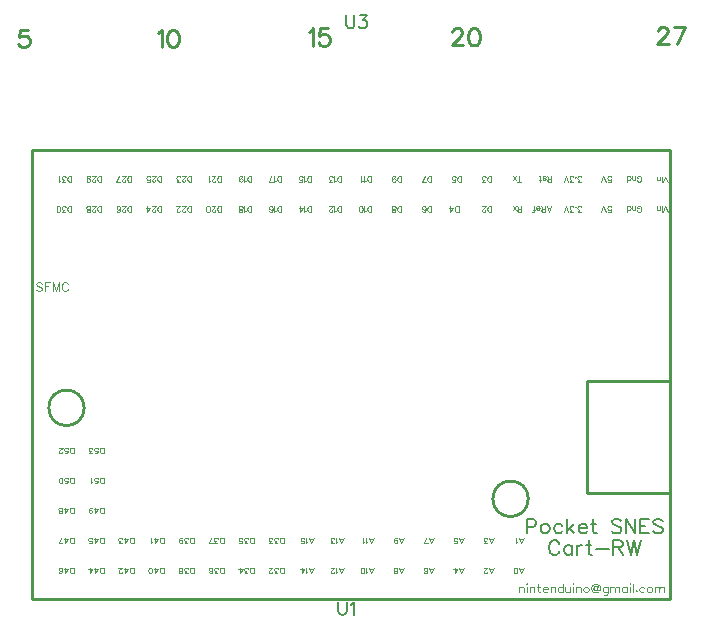
<source format=gto>
G04 Layer: TopSilkLayer*
G04 EasyEDA v6.2.46, 2019-11-25T11:18:34--3:00*
G04 6be03af1206c45e6bdd76e27ce0583d0,8049b4892286493b98247746b8e7bc66,10*
G04 Gerber Generator version 0.2*
G04 Scale: 100 percent, Rotated: No, Reflected: No *
G04 Dimensions in inches *
G04 leading zeros omitted , absolute positions ,2 integer and 4 decimal *
%FSLAX24Y24*%
%MOIN*%
G90*
G70D02*

%ADD10C,0.010000*%
%ADD20C,0.009000*%
%ADD21C,0.007000*%
%ADD22C,0.003937*%
%ADD23C,0.006000*%

%LPD*%
G54D10*
G01X870Y269D02*
G01X870Y15230D01*
G01X870Y15230D02*
G01X22130Y15230D01*
G01X22130Y15230D02*
G01X22129Y7553D01*
G01X19373Y7553D01*
G01X19369Y3813D01*
G01X22130Y3813D01*
G01X22130Y269D01*
G01X22129Y269D02*
G01X870Y269D01*
G01X22129Y3813D02*
G01X22129Y7750D01*
G54D20*
G01X21727Y19211D02*
G01X21727Y19238D01*
G01X21753Y19292D01*
G01X21781Y19321D01*
G01X21835Y19348D01*
G01X21944Y19348D01*
G01X22000Y19321D01*
G01X22027Y19292D01*
G01X22053Y19238D01*
G01X22053Y19184D01*
G01X22027Y19130D01*
G01X21972Y19048D01*
G01X21700Y18775D01*
G01X22081Y18775D01*
G01X22643Y19348D02*
G01X22371Y18775D01*
G01X22261Y19348D02*
G01X22643Y19348D01*
G54D21*
G01X17350Y2942D02*
G01X17350Y2465D01*
G01X17350Y2942D02*
G01X17555Y2942D01*
G01X17622Y2919D01*
G01X17644Y2896D01*
G01X17668Y2851D01*
G01X17668Y2784D01*
G01X17644Y2738D01*
G01X17622Y2715D01*
G01X17555Y2692D01*
G01X17350Y2692D01*
G01X17931Y2784D02*
G01X17885Y2761D01*
G01X17840Y2715D01*
G01X17818Y2646D01*
G01X17818Y2601D01*
G01X17840Y2534D01*
G01X17885Y2488D01*
G01X17931Y2465D01*
G01X18000Y2465D01*
G01X18044Y2488D01*
G01X18090Y2534D01*
G01X18114Y2601D01*
G01X18114Y2646D01*
G01X18090Y2715D01*
G01X18044Y2761D01*
G01X18000Y2784D01*
G01X17931Y2784D01*
G01X18535Y2715D02*
G01X18490Y2761D01*
G01X18444Y2784D01*
G01X18377Y2784D01*
G01X18331Y2761D01*
G01X18285Y2715D01*
G01X18264Y2646D01*
G01X18264Y2601D01*
G01X18285Y2534D01*
G01X18331Y2488D01*
G01X18377Y2465D01*
G01X18444Y2465D01*
G01X18490Y2488D01*
G01X18535Y2534D01*
G01X18685Y2942D02*
G01X18685Y2465D01*
G01X18914Y2784D02*
G01X18685Y2555D01*
G01X18777Y2646D02*
G01X18935Y2465D01*
G01X19085Y2646D02*
G01X19359Y2646D01*
G01X19359Y2692D01*
G01X19335Y2738D01*
G01X19314Y2761D01*
G01X19268Y2784D01*
G01X19200Y2784D01*
G01X19155Y2761D01*
G01X19109Y2715D01*
G01X19085Y2646D01*
G01X19085Y2601D01*
G01X19109Y2534D01*
G01X19155Y2488D01*
G01X19200Y2465D01*
G01X19268Y2465D01*
G01X19314Y2488D01*
G01X19359Y2534D01*
G01X19577Y2942D02*
G01X19577Y2555D01*
G01X19600Y2488D01*
G01X19644Y2465D01*
G01X19690Y2465D01*
G01X19509Y2784D02*
G01X19668Y2784D01*
G01X20509Y2875D02*
G01X20464Y2919D01*
G01X20394Y2942D01*
G01X20305Y2942D01*
G01X20235Y2919D01*
G01X20190Y2875D01*
G01X20190Y2828D01*
G01X20214Y2784D01*
G01X20235Y2761D01*
G01X20281Y2738D01*
G01X20418Y2692D01*
G01X20464Y2669D01*
G01X20485Y2646D01*
G01X20509Y2601D01*
G01X20509Y2534D01*
G01X20464Y2488D01*
G01X20394Y2465D01*
G01X20305Y2465D01*
G01X20235Y2488D01*
G01X20190Y2534D01*
G01X20659Y2942D02*
G01X20659Y2465D01*
G01X20659Y2942D02*
G01X20977Y2465D01*
G01X20977Y2942D02*
G01X20977Y2465D01*
G01X21127Y2942D02*
G01X21127Y2465D01*
G01X21127Y2942D02*
G01X21422Y2942D01*
G01X21127Y2715D02*
G01X21309Y2715D01*
G01X21127Y2465D02*
G01X21422Y2465D01*
G01X21890Y2875D02*
G01X21844Y2919D01*
G01X21777Y2942D01*
G01X21685Y2942D01*
G01X21618Y2919D01*
G01X21572Y2875D01*
G01X21572Y2828D01*
G01X21594Y2784D01*
G01X21618Y2761D01*
G01X21664Y2738D01*
G01X21800Y2692D01*
G01X21844Y2669D01*
G01X21868Y2646D01*
G01X21890Y2601D01*
G01X21890Y2534D01*
G01X21844Y2488D01*
G01X21777Y2465D01*
G01X21685Y2465D01*
G01X21618Y2488D01*
G01X21572Y2534D01*
G01X18440Y2113D02*
G01X18418Y2159D01*
G01X18372Y2205D01*
G01X18327Y2228D01*
G01X18235Y2228D01*
G01X18190Y2205D01*
G01X18144Y2159D01*
G01X18122Y2113D01*
G01X18100Y2046D01*
G01X18100Y1932D01*
G01X18122Y1863D01*
G01X18144Y1819D01*
G01X18190Y1773D01*
G01X18235Y1750D01*
G01X18327Y1750D01*
G01X18372Y1773D01*
G01X18418Y1819D01*
G01X18440Y1863D01*
G01X18864Y2069D02*
G01X18864Y1750D01*
G01X18864Y2000D02*
G01X18818Y2046D01*
G01X18772Y2069D01*
G01X18705Y2069D01*
G01X18659Y2046D01*
G01X18614Y2000D01*
G01X18590Y1932D01*
G01X18590Y1886D01*
G01X18614Y1819D01*
G01X18659Y1773D01*
G01X18705Y1750D01*
G01X18772Y1750D01*
G01X18818Y1773D01*
G01X18864Y1819D01*
G01X19014Y2069D02*
G01X19014Y1750D01*
G01X19014Y1932D02*
G01X19035Y2000D01*
G01X19081Y2046D01*
G01X19127Y2069D01*
G01X19194Y2069D01*
G01X19414Y2228D02*
G01X19414Y1840D01*
G01X19435Y1773D01*
G01X19481Y1750D01*
G01X19527Y1750D01*
G01X19344Y2069D02*
G01X19505Y2069D01*
G01X19677Y1955D02*
G01X20085Y1955D01*
G01X20235Y2228D02*
G01X20235Y1750D01*
G01X20235Y2228D02*
G01X20440Y2228D01*
G01X20509Y2205D01*
G01X20531Y2182D01*
G01X20555Y2136D01*
G01X20555Y2090D01*
G01X20531Y2046D01*
G01X20509Y2023D01*
G01X20440Y2000D01*
G01X20235Y2000D01*
G01X20394Y2000D02*
G01X20555Y1750D01*
G01X20705Y2228D02*
G01X20818Y1750D01*
G01X20931Y2228D02*
G01X20818Y1750D01*
G01X20931Y2228D02*
G01X21044Y1750D01*
G01X21159Y2228D02*
G01X21044Y1750D01*
G54D22*
G01X17100Y688D02*
G01X17100Y496D01*
G01X17100Y634D02*
G01X17140Y675D01*
G01X17168Y688D01*
G01X17209Y688D01*
G01X17235Y675D01*
G01X17250Y634D01*
G01X17250Y496D01*
G01X17339Y784D02*
G01X17353Y769D01*
G01X17367Y784D01*
G01X17353Y796D01*
G01X17339Y784D01*
G01X17353Y688D02*
G01X17353Y496D01*
G01X17456Y688D02*
G01X17456Y496D01*
G01X17456Y634D02*
G01X17497Y675D01*
G01X17525Y688D01*
G01X17565Y688D01*
G01X17593Y675D01*
G01X17606Y634D01*
G01X17606Y496D01*
G01X17738Y784D02*
G01X17738Y551D01*
G01X17752Y511D01*
G01X17778Y496D01*
G01X17806Y496D01*
G01X17697Y688D02*
G01X17793Y688D01*
G01X17896Y605D02*
G01X18060Y605D01*
G01X18060Y634D01*
G01X18046Y661D01*
G01X18032Y675D01*
G01X18005Y688D01*
G01X17964Y688D01*
G01X17936Y675D01*
G01X17910Y646D01*
G01X17896Y605D01*
G01X17896Y578D01*
G01X17910Y538D01*
G01X17936Y511D01*
G01X17964Y496D01*
G01X18005Y496D01*
G01X18032Y511D01*
G01X18060Y538D01*
G01X18150Y688D02*
G01X18150Y496D01*
G01X18150Y634D02*
G01X18190Y675D01*
G01X18218Y688D01*
G01X18259Y688D01*
G01X18285Y675D01*
G01X18300Y634D01*
G01X18300Y496D01*
G01X18553Y784D02*
G01X18553Y496D01*
G01X18553Y646D02*
G01X18526Y675D01*
G01X18498Y688D01*
G01X18457Y688D01*
G01X18431Y675D01*
G01X18403Y646D01*
G01X18389Y605D01*
G01X18389Y578D01*
G01X18403Y538D01*
G01X18431Y511D01*
G01X18457Y496D01*
G01X18498Y496D01*
G01X18526Y511D01*
G01X18553Y538D01*
G01X18643Y688D02*
G01X18643Y551D01*
G01X18656Y511D01*
G01X18685Y496D01*
G01X18725Y496D01*
G01X18752Y511D01*
G01X18793Y551D01*
G01X18793Y688D02*
G01X18793Y496D01*
G01X18884Y784D02*
G01X18897Y769D01*
G01X18910Y784D01*
G01X18897Y796D01*
G01X18884Y784D01*
G01X18897Y688D02*
G01X18897Y496D01*
G01X19001Y688D02*
G01X19001Y496D01*
G01X19001Y634D02*
G01X19042Y675D01*
G01X19068Y688D01*
G01X19110Y688D01*
G01X19136Y675D01*
G01X19151Y634D01*
G01X19151Y496D01*
G01X19309Y688D02*
G01X19281Y675D01*
G01X19255Y646D01*
G01X19240Y605D01*
G01X19240Y578D01*
G01X19255Y538D01*
G01X19281Y511D01*
G01X19309Y496D01*
G01X19350Y496D01*
G01X19377Y511D01*
G01X19405Y538D01*
G01X19418Y578D01*
G01X19418Y605D01*
G01X19405Y646D01*
G01X19377Y675D01*
G01X19350Y688D01*
G01X19309Y688D01*
G01X19713Y675D02*
G01X19698Y701D01*
G01X19672Y715D01*
G01X19631Y715D01*
G01X19603Y701D01*
G01X19589Y688D01*
G01X19576Y646D01*
G01X19576Y605D01*
G01X19589Y578D01*
G01X19617Y565D01*
G01X19657Y565D01*
G01X19685Y578D01*
G01X19698Y605D01*
G01X19631Y715D02*
G01X19603Y688D01*
G01X19589Y646D01*
G01X19589Y605D01*
G01X19603Y578D01*
G01X19617Y565D01*
G01X19713Y715D02*
G01X19698Y605D01*
G01X19698Y578D01*
G01X19726Y565D01*
G01X19753Y565D01*
G01X19781Y592D01*
G01X19794Y634D01*
G01X19794Y661D01*
G01X19781Y701D01*
G01X19767Y728D01*
G01X19739Y755D01*
G01X19713Y769D01*
G01X19672Y784D01*
G01X19631Y784D01*
G01X19589Y769D01*
G01X19563Y755D01*
G01X19535Y728D01*
G01X19522Y701D01*
G01X19507Y661D01*
G01X19507Y619D01*
G01X19522Y578D01*
G01X19535Y551D01*
G01X19563Y525D01*
G01X19589Y511D01*
G01X19631Y496D01*
G01X19672Y496D01*
G01X19713Y511D01*
G01X19739Y525D01*
G01X19753Y538D01*
G01X19726Y715D02*
G01X19713Y605D01*
G01X19713Y578D01*
G01X19726Y565D01*
G01X20047Y688D02*
G01X20047Y469D01*
G01X20035Y428D01*
G01X20021Y415D01*
G01X19993Y401D01*
G01X19952Y401D01*
G01X19925Y415D01*
G01X20047Y646D02*
G01X20021Y675D01*
G01X19993Y688D01*
G01X19952Y688D01*
G01X19925Y675D01*
G01X19897Y646D01*
G01X19885Y605D01*
G01X19885Y578D01*
G01X19897Y538D01*
G01X19925Y511D01*
G01X19952Y496D01*
G01X19993Y496D01*
G01X20021Y511D01*
G01X20047Y538D01*
G01X20138Y688D02*
G01X20138Y496D01*
G01X20138Y634D02*
G01X20178Y675D01*
G01X20206Y688D01*
G01X20247Y688D01*
G01X20275Y675D01*
G01X20288Y634D01*
G01X20288Y496D01*
G01X20288Y634D02*
G01X20328Y675D01*
G01X20356Y688D01*
G01X20397Y688D01*
G01X20425Y675D01*
G01X20438Y634D01*
G01X20438Y496D01*
G01X20692Y688D02*
G01X20692Y496D01*
G01X20692Y646D02*
G01X20664Y675D01*
G01X20636Y688D01*
G01X20596Y688D01*
G01X20568Y675D01*
G01X20542Y646D01*
G01X20527Y605D01*
G01X20527Y578D01*
G01X20542Y538D01*
G01X20568Y511D01*
G01X20596Y496D01*
G01X20636Y496D01*
G01X20664Y511D01*
G01X20692Y538D01*
G01X20781Y784D02*
G01X20794Y769D01*
G01X20809Y784D01*
G01X20794Y796D01*
G01X20781Y784D01*
G01X20794Y688D02*
G01X20794Y496D01*
G01X20898Y784D02*
G01X20898Y496D01*
G01X21002Y565D02*
G01X20989Y551D01*
G01X21002Y538D01*
G01X21015Y551D01*
G01X21002Y565D01*
G01X21269Y646D02*
G01X21243Y675D01*
G01X21214Y688D01*
G01X21175Y688D01*
G01X21147Y675D01*
G01X21119Y646D01*
G01X21106Y605D01*
G01X21106Y578D01*
G01X21119Y538D01*
G01X21147Y511D01*
G01X21175Y496D01*
G01X21214Y496D01*
G01X21243Y511D01*
G01X21269Y538D01*
G01X21427Y688D02*
G01X21401Y675D01*
G01X21373Y646D01*
G01X21360Y605D01*
G01X21360Y578D01*
G01X21373Y538D01*
G01X21401Y511D01*
G01X21427Y496D01*
G01X21468Y496D01*
G01X21496Y511D01*
G01X21523Y538D01*
G01X21536Y578D01*
G01X21536Y605D01*
G01X21523Y646D01*
G01X21496Y675D01*
G01X21468Y688D01*
G01X21427Y688D01*
G01X21627Y688D02*
G01X21627Y496D01*
G01X21627Y634D02*
G01X21668Y675D01*
G01X21694Y688D01*
G01X21735Y688D01*
G01X21764Y675D01*
G01X21777Y634D01*
G01X21777Y496D01*
G01X21777Y634D02*
G01X21818Y675D01*
G01X21844Y688D01*
G01X21885Y688D01*
G01X21914Y675D01*
G01X21927Y634D01*
G01X21927Y496D01*
G54D23*
G01X11076Y170D02*
G01X11076Y-136D01*
G01X11096Y-197D01*
G01X11136Y-238D01*
G01X11198Y-259D01*
G01X11239Y-259D01*
G01X11301Y-238D01*
G01X11342Y-197D01*
G01X11361Y-136D01*
G01X11361Y170D01*
G01X11497Y88D02*
G01X11538Y108D01*
G01X11600Y170D01*
G01X11600Y-259D01*
G54D22*
G01X22051Y14167D02*
G01X21979Y14355D01*
G01X21908Y14167D02*
G01X21979Y14355D01*
G01X21849Y14167D02*
G01X21849Y14355D01*
G01X21790Y14230D02*
G01X21790Y14355D01*
G01X21790Y14265D02*
G01X21763Y14238D01*
G01X21745Y14230D01*
G01X21718Y14230D01*
G01X21700Y14238D01*
G01X21691Y14265D01*
G01X21691Y14355D01*
G01X22051Y13183D02*
G01X21979Y13368D01*
G01X21907Y13183D02*
G01X21979Y13368D01*
G01X21849Y13183D02*
G01X21849Y13368D01*
G01X21790Y13242D02*
G01X21790Y13368D01*
G01X21790Y13281D02*
G01X21763Y13254D01*
G01X21744Y13242D01*
G01X21717Y13242D01*
G01X21700Y13254D01*
G01X21690Y13281D01*
G01X21690Y13368D01*
G01X21034Y14228D02*
G01X21044Y14210D01*
G01X21061Y14194D01*
G01X21079Y14183D01*
G01X21114Y14183D01*
G01X21132Y14194D01*
G01X21152Y14210D01*
G01X21159Y14228D01*
G01X21169Y14255D01*
G01X21169Y14302D01*
G01X21159Y14328D01*
G01X21152Y14346D01*
G01X21132Y14362D01*
G01X21114Y14373D01*
G01X21079Y14373D01*
G01X21061Y14362D01*
G01X21044Y14346D01*
G01X21034Y14328D01*
G01X21034Y14302D01*
G01X21079Y14302D02*
G01X21034Y14302D01*
G01X20977Y14248D02*
G01X20977Y14373D01*
G01X20977Y14281D02*
G01X20950Y14255D01*
G01X20931Y14248D01*
G01X20904Y14248D01*
G01X20885Y14255D01*
G01X20877Y14281D01*
G01X20877Y14373D01*
G01X20710Y14183D02*
G01X20710Y14373D01*
G01X20710Y14275D02*
G01X20729Y14255D01*
G01X20748Y14248D01*
G01X20775Y14248D01*
G01X20790Y14255D01*
G01X20808Y14275D01*
G01X20819Y14302D01*
G01X20819Y14319D01*
G01X20808Y14346D01*
G01X20790Y14362D01*
G01X20775Y14373D01*
G01X20748Y14373D01*
G01X20729Y14362D01*
G01X20710Y14346D01*
G01X21035Y13228D02*
G01X21044Y13210D01*
G01X21062Y13191D01*
G01X21080Y13183D01*
G01X21115Y13183D01*
G01X21133Y13191D01*
G01X21151Y13210D01*
G01X21160Y13228D01*
G01X21169Y13255D01*
G01X21169Y13297D01*
G01X21160Y13326D01*
G01X21151Y13343D01*
G01X21133Y13362D01*
G01X21115Y13370D01*
G01X21080Y13370D01*
G01X21062Y13362D01*
G01X21044Y13343D01*
G01X21035Y13326D01*
G01X21035Y13297D01*
G01X21080Y13297D02*
G01X21035Y13297D01*
G01X20976Y13243D02*
G01X20976Y13370D01*
G01X20976Y13282D02*
G01X20949Y13255D01*
G01X20931Y13243D01*
G01X20904Y13243D01*
G01X20885Y13255D01*
G01X20877Y13282D01*
G01X20877Y13370D01*
G01X20710Y13183D02*
G01X20710Y13370D01*
G01X20710Y13270D02*
G01X20729Y13255D01*
G01X20747Y13243D01*
G01X20774Y13243D01*
G01X20791Y13255D01*
G01X20808Y13270D01*
G01X20818Y13297D01*
G01X20818Y13316D01*
G01X20808Y13343D01*
G01X20791Y13362D01*
G01X20774Y13370D01*
G01X20747Y13370D01*
G01X20729Y13362D01*
G01X20710Y13343D01*
G01X20062Y14183D02*
G01X20151Y14183D01*
G01X20160Y14262D01*
G01X20151Y14254D01*
G01X20124Y14245D01*
G01X20097Y14245D01*
G01X20071Y14254D01*
G01X20052Y14272D01*
G01X20044Y14299D01*
G01X20044Y14318D01*
G01X20052Y14345D01*
G01X20071Y14362D01*
G01X20097Y14372D01*
G01X20124Y14372D01*
G01X20151Y14362D01*
G01X20160Y14352D01*
G01X20169Y14335D01*
G01X19985Y14183D02*
G01X19912Y14372D01*
G01X19842Y14183D02*
G01X19912Y14372D01*
G01X20062Y13183D02*
G01X20151Y13183D01*
G01X20160Y13263D01*
G01X20151Y13254D01*
G01X20124Y13244D01*
G01X20097Y13244D01*
G01X20071Y13254D01*
G01X20053Y13271D01*
G01X20044Y13298D01*
G01X20044Y13317D01*
G01X20053Y13344D01*
G01X20071Y13362D01*
G01X20097Y13371D01*
G01X20124Y13371D01*
G01X20151Y13362D01*
G01X20160Y13353D01*
G01X20169Y13335D01*
G01X19985Y13183D02*
G01X19912Y13371D01*
G01X19842Y13183D02*
G01X19912Y13371D01*
G01X19151Y14183D02*
G01X19053Y14183D01*
G01X19106Y14254D01*
G01X19080Y14254D01*
G01X19062Y14263D01*
G01X19053Y14273D01*
G01X19044Y14300D01*
G01X19044Y14317D01*
G01X19053Y14344D01*
G01X19071Y14363D01*
G01X19097Y14371D01*
G01X19124Y14371D01*
G01X19151Y14363D01*
G01X19160Y14352D01*
G01X19169Y14335D01*
G01X18976Y14326D02*
G01X18985Y14335D01*
G01X18976Y14344D01*
G01X18967Y14335D01*
G01X18976Y14326D01*
G01X18889Y14183D02*
G01X18792Y14183D01*
G01X18845Y14254D01*
G01X18819Y14254D01*
G01X18800Y14263D01*
G01X18792Y14273D01*
G01X18782Y14300D01*
G01X18782Y14317D01*
G01X18792Y14344D01*
G01X18808Y14363D01*
G01X18835Y14371D01*
G01X18862Y14371D01*
G01X18889Y14363D01*
G01X18899Y14352D01*
G01X18908Y14335D01*
G01X18723Y14183D02*
G01X18652Y14371D01*
G01X18580Y14183D02*
G01X18652Y14371D01*
G01X19151Y13183D02*
G01X19053Y13183D01*
G01X19106Y13254D01*
G01X19080Y13254D01*
G01X19062Y13264D01*
G01X19053Y13272D01*
G01X19044Y13300D01*
G01X19044Y13318D01*
G01X19053Y13345D01*
G01X19071Y13362D01*
G01X19097Y13372D01*
G01X19124Y13372D01*
G01X19151Y13362D01*
G01X19160Y13354D01*
G01X19169Y13335D01*
G01X18976Y13327D02*
G01X18985Y13335D01*
G01X18976Y13345D01*
G01X18966Y13335D01*
G01X18976Y13327D01*
G01X18889Y13183D02*
G01X18791Y13183D01*
G01X18845Y13254D01*
G01X18818Y13254D01*
G01X18800Y13264D01*
G01X18791Y13272D01*
G01X18782Y13300D01*
G01X18782Y13318D01*
G01X18791Y13345D01*
G01X18808Y13362D01*
G01X18835Y13372D01*
G01X18862Y13372D01*
G01X18889Y13362D01*
G01X18899Y13354D01*
G01X18908Y13335D01*
G01X18723Y13183D02*
G01X18652Y13372D01*
G01X18580Y13183D02*
G01X18652Y13372D01*
G01X18169Y14183D02*
G01X18169Y14370D01*
G01X18169Y14183D02*
G01X18088Y14183D01*
G01X18062Y14191D01*
G01X18053Y14199D01*
G01X18044Y14218D01*
G01X18044Y14235D01*
G01X18053Y14252D01*
G01X18062Y14262D01*
G01X18088Y14270D01*
G01X18169Y14270D01*
G01X18106Y14270D02*
G01X18044Y14370D01*
G01X17886Y14270D02*
G01X17895Y14252D01*
G01X17922Y14245D01*
G01X17949Y14245D01*
G01X17976Y14252D01*
G01X17985Y14270D01*
G01X17976Y14289D01*
G01X17958Y14297D01*
G01X17913Y14308D01*
G01X17895Y14316D01*
G01X17886Y14335D01*
G01X17886Y14343D01*
G01X17895Y14362D01*
G01X17922Y14370D01*
G01X17949Y14370D01*
G01X17976Y14362D01*
G01X17985Y14343D01*
G01X17800Y14183D02*
G01X17800Y14335D01*
G01X17791Y14362D01*
G01X17774Y14370D01*
G01X17756Y14370D01*
G01X17827Y14245D02*
G01X17765Y14245D01*
G01X18097Y13183D02*
G01X18169Y13367D01*
G01X18097Y13183D02*
G01X18026Y13367D01*
G01X18142Y13308D02*
G01X18053Y13308D01*
G01X17967Y13183D02*
G01X17967Y13367D01*
G01X17967Y13183D02*
G01X17886Y13183D01*
G01X17859Y13189D01*
G01X17850Y13198D01*
G01X17842Y13215D01*
G01X17842Y13234D01*
G01X17850Y13254D01*
G01X17859Y13261D01*
G01X17886Y13269D01*
G01X17967Y13269D01*
G01X17904Y13269D02*
G01X17842Y13367D01*
G01X17782Y13296D02*
G01X17675Y13296D01*
G01X17675Y13281D01*
G01X17684Y13261D01*
G01X17693Y13254D01*
G01X17711Y13242D01*
G01X17738Y13242D01*
G01X17756Y13254D01*
G01X17774Y13269D01*
G01X17782Y13296D01*
G01X17782Y13314D01*
G01X17774Y13340D01*
G01X17756Y13361D01*
G01X17738Y13367D01*
G01X17711Y13367D01*
G01X17693Y13361D01*
G01X17675Y13340D01*
G01X17544Y13183D02*
G01X17562Y13183D01*
G01X17580Y13189D01*
G01X17589Y13215D01*
G01X17589Y13367D01*
G01X17616Y13242D02*
G01X17553Y13242D01*
G01X17107Y14183D02*
G01X17107Y14368D01*
G01X17169Y14183D02*
G01X17044Y14183D01*
G01X16986Y14243D02*
G01X16887Y14368D01*
G01X16887Y14243D02*
G01X16986Y14368D01*
G01X17169Y13183D02*
G01X17169Y13369D01*
G01X17169Y13183D02*
G01X17088Y13183D01*
G01X17062Y13190D01*
G01X17053Y13200D01*
G01X17044Y13217D01*
G01X17044Y13235D01*
G01X17053Y13252D01*
G01X17062Y13261D01*
G01X17088Y13270D01*
G01X17169Y13270D01*
G01X17106Y13270D02*
G01X17044Y13369D01*
G01X16985Y13244D02*
G01X16886Y13369D01*
G01X16886Y13244D02*
G01X16985Y13369D01*
G01X16169Y14183D02*
G01X16169Y14369D01*
G01X16169Y14183D02*
G01X16105Y14183D01*
G01X16080Y14190D01*
G01X16061Y14208D01*
G01X16053Y14225D01*
G01X16044Y14252D01*
G01X16044Y14297D01*
G01X16053Y14324D01*
G01X16061Y14342D01*
G01X16080Y14362D01*
G01X16105Y14369D01*
G01X16169Y14369D01*
G01X15967Y14183D02*
G01X15868Y14183D01*
G01X15922Y14252D01*
G01X15895Y14252D01*
G01X15877Y14262D01*
G01X15868Y14270D01*
G01X15859Y14297D01*
G01X15859Y14315D01*
G01X15868Y14342D01*
G01X15886Y14362D01*
G01X15913Y14369D01*
G01X15940Y14369D01*
G01X15967Y14362D01*
G01X15976Y14352D01*
G01X15984Y14335D01*
G01X16169Y13183D02*
G01X16169Y13371D01*
G01X16169Y13183D02*
G01X16106Y13183D01*
G01X16080Y13192D01*
G01X16062Y13209D01*
G01X16053Y13227D01*
G01X16044Y13254D01*
G01X16044Y13298D01*
G01X16053Y13325D01*
G01X16062Y13344D01*
G01X16080Y13362D01*
G01X16106Y13371D01*
G01X16169Y13371D01*
G01X15976Y13227D02*
G01X15976Y13217D01*
G01X15967Y13200D01*
G01X15958Y13192D01*
G01X15940Y13183D01*
G01X15904Y13183D01*
G01X15886Y13192D01*
G01X15877Y13200D01*
G01X15868Y13217D01*
G01X15868Y13236D01*
G01X15877Y13254D01*
G01X15895Y13281D01*
G01X15985Y13371D01*
G01X15859Y13371D01*
G01X15169Y14183D02*
G01X15169Y14369D01*
G01X15169Y14183D02*
G01X15108Y14183D01*
G01X15081Y14191D01*
G01X15064Y14208D01*
G01X15054Y14225D01*
G01X15044Y14252D01*
G01X15044Y14296D01*
G01X15054Y14323D01*
G01X15064Y14344D01*
G01X15081Y14362D01*
G01X15108Y14369D01*
G01X15169Y14369D01*
G01X14879Y14183D02*
G01X14967Y14183D01*
G01X14977Y14262D01*
G01X14967Y14252D01*
G01X14940Y14244D01*
G01X14914Y14244D01*
G01X14887Y14252D01*
G01X14869Y14269D01*
G01X14860Y14296D01*
G01X14860Y14316D01*
G01X14869Y14344D01*
G01X14887Y14362D01*
G01X14914Y14369D01*
G01X14940Y14369D01*
G01X14967Y14362D01*
G01X14977Y14350D01*
G01X14987Y14335D01*
G01X15083Y13183D02*
G01X15083Y13369D01*
G01X15083Y13183D02*
G01X15021Y13183D01*
G01X14995Y13190D01*
G01X14977Y13208D01*
G01X14968Y13227D01*
G01X14958Y13253D01*
G01X14958Y13300D01*
G01X14968Y13327D01*
G01X14977Y13342D01*
G01X14995Y13361D01*
G01X15021Y13369D01*
G01X15083Y13369D01*
G01X14810Y13183D02*
G01X14900Y13308D01*
G01X14764Y13308D01*
G01X14810Y13183D02*
G01X14810Y13369D01*
G01X14169Y14183D02*
G01X14169Y14367D01*
G01X14169Y14183D02*
G01X14105Y14183D01*
G01X14080Y14190D01*
G01X14063Y14208D01*
G01X14053Y14223D01*
G01X14044Y14250D01*
G01X14044Y14296D01*
G01X14053Y14321D01*
G01X14063Y14342D01*
G01X14080Y14363D01*
G01X14105Y14367D01*
G01X14169Y14367D01*
G01X13859Y14183D02*
G01X13949Y14367D01*
G01X13986Y14183D02*
G01X13859Y14183D01*
G01X14169Y13183D02*
G01X14169Y13369D01*
G01X14169Y13183D02*
G01X14107Y13183D01*
G01X14080Y13190D01*
G01X14062Y13208D01*
G01X14053Y13225D01*
G01X14044Y13254D01*
G01X14044Y13298D01*
G01X14053Y13325D01*
G01X14062Y13342D01*
G01X14080Y13361D01*
G01X14107Y13369D01*
G01X14169Y13369D01*
G01X13878Y13208D02*
G01X13886Y13190D01*
G01X13913Y13183D01*
G01X13932Y13183D01*
G01X13958Y13190D01*
G01X13976Y13217D01*
G01X13985Y13261D01*
G01X13985Y13308D01*
G01X13976Y13342D01*
G01X13958Y13361D01*
G01X13932Y13369D01*
G01X13922Y13369D01*
G01X13895Y13361D01*
G01X13878Y13342D01*
G01X13868Y13315D01*
G01X13868Y13308D01*
G01X13878Y13281D01*
G01X13895Y13261D01*
G01X13922Y13254D01*
G01X13932Y13254D01*
G01X13958Y13261D01*
G01X13976Y13281D01*
G01X13985Y13308D01*
G01X13169Y14183D02*
G01X13169Y14370D01*
G01X13169Y14183D02*
G01X13106Y14183D01*
G01X13080Y14191D01*
G01X13062Y14208D01*
G01X13053Y14226D01*
G01X13044Y14253D01*
G01X13044Y14299D01*
G01X13053Y14326D01*
G01X13062Y14343D01*
G01X13080Y14362D01*
G01X13106Y14370D01*
G01X13169Y14370D01*
G01X12868Y14245D02*
G01X12877Y14272D01*
G01X12895Y14289D01*
G01X12922Y14299D01*
G01X12931Y14299D01*
G01X12958Y14289D01*
G01X12976Y14272D01*
G01X12985Y14245D01*
G01X12985Y14235D01*
G01X12976Y14208D01*
G01X12958Y14191D01*
G01X12931Y14183D01*
G01X12922Y14183D01*
G01X12895Y14191D01*
G01X12877Y14208D01*
G01X12868Y14245D01*
G01X12868Y14289D01*
G01X12877Y14335D01*
G01X12895Y14362D01*
G01X12922Y14370D01*
G01X12940Y14370D01*
G01X12967Y14362D01*
G01X12976Y14343D01*
G01X13169Y13183D02*
G01X13169Y13370D01*
G01X13169Y13183D02*
G01X13107Y13183D01*
G01X13081Y13191D01*
G01X13063Y13210D01*
G01X13054Y13225D01*
G01X13044Y13252D01*
G01X13044Y13298D01*
G01X13054Y13325D01*
G01X13063Y13342D01*
G01X13081Y13361D01*
G01X13107Y13370D01*
G01X13169Y13370D01*
G01X12940Y13183D02*
G01X12967Y13191D01*
G01X12977Y13210D01*
G01X12977Y13225D01*
G01X12967Y13245D01*
G01X12950Y13252D01*
G01X12913Y13262D01*
G01X12887Y13273D01*
G01X12869Y13289D01*
G01X12860Y13308D01*
G01X12860Y13335D01*
G01X12869Y13352D01*
G01X12878Y13361D01*
G01X12905Y13370D01*
G01X12940Y13370D01*
G01X12967Y13361D01*
G01X12977Y13352D01*
G01X12986Y13335D01*
G01X12986Y13308D01*
G01X12977Y13289D01*
G01X12959Y13273D01*
G01X12932Y13262D01*
G01X12896Y13252D01*
G01X12878Y13245D01*
G01X12869Y13225D01*
G01X12869Y13210D01*
G01X12878Y13191D01*
G01X12905Y13183D01*
G01X12940Y13183D01*
G01X12168Y14183D02*
G01X12168Y14373D01*
G01X12168Y14183D02*
G01X12105Y14183D01*
G01X12078Y14193D01*
G01X12061Y14210D01*
G01X12051Y14227D01*
G01X12043Y14254D01*
G01X12043Y14300D01*
G01X12051Y14327D01*
G01X12061Y14345D01*
G01X12078Y14364D01*
G01X12105Y14373D01*
G01X12168Y14373D01*
G01X11984Y14220D02*
G01X11966Y14210D01*
G01X11938Y14183D01*
G01X11938Y14373D01*
G01X11880Y14220D02*
G01X11861Y14210D01*
G01X11834Y14183D01*
G01X11834Y14373D01*
G01X12169Y13183D02*
G01X12169Y13371D01*
G01X12169Y13183D02*
G01X12106Y13183D01*
G01X12080Y13192D01*
G01X12062Y13209D01*
G01X12053Y13227D01*
G01X12044Y13254D01*
G01X12044Y13299D01*
G01X12053Y13326D01*
G01X12062Y13344D01*
G01X12080Y13362D01*
G01X12106Y13371D01*
G01X12169Y13371D01*
G01X11985Y13218D02*
G01X11966Y13209D01*
G01X11939Y13183D01*
G01X11939Y13371D01*
G01X11827Y13183D02*
G01X11854Y13192D01*
G01X11872Y13218D01*
G01X11881Y13263D01*
G01X11881Y13290D01*
G01X11872Y13335D01*
G01X11854Y13362D01*
G01X11827Y13371D01*
G01X11808Y13371D01*
G01X11782Y13362D01*
G01X11764Y13335D01*
G01X11756Y13290D01*
G01X11756Y13263D01*
G01X11764Y13218D01*
G01X11782Y13192D01*
G01X11808Y13183D01*
G01X11827Y13183D01*
G01X11169Y14183D02*
G01X11169Y14367D01*
G01X11169Y14183D02*
G01X11107Y14183D01*
G01X11080Y14191D01*
G01X11062Y14208D01*
G01X11053Y14223D01*
G01X11044Y14251D01*
G01X11044Y14296D01*
G01X11053Y14322D01*
G01X11062Y14342D01*
G01X11080Y14362D01*
G01X11107Y14367D01*
G01X11169Y14367D01*
G01X10985Y14217D02*
G01X10967Y14208D01*
G01X10940Y14183D01*
G01X10940Y14367D01*
G01X10863Y14183D02*
G01X10765Y14183D01*
G01X10818Y14251D01*
G01X10791Y14251D01*
G01X10774Y14262D01*
G01X10765Y14269D01*
G01X10757Y14296D01*
G01X10757Y14316D01*
G01X10765Y14342D01*
G01X10782Y14362D01*
G01X10809Y14367D01*
G01X10836Y14367D01*
G01X10863Y14362D01*
G01X10872Y14349D01*
G01X10882Y14335D01*
G01X11169Y13183D02*
G01X11169Y13369D01*
G01X11169Y13183D02*
G01X11106Y13183D01*
G01X11080Y13190D01*
G01X11062Y13209D01*
G01X11053Y13227D01*
G01X11044Y13254D01*
G01X11044Y13298D01*
G01X11053Y13325D01*
G01X11062Y13342D01*
G01X11080Y13361D01*
G01X11106Y13369D01*
G01X11169Y13369D01*
G01X10985Y13216D02*
G01X10966Y13209D01*
G01X10939Y13183D01*
G01X10939Y13369D01*
G01X10872Y13227D02*
G01X10872Y13216D01*
G01X10862Y13200D01*
G01X10854Y13190D01*
G01X10835Y13183D01*
G01X10800Y13183D01*
G01X10782Y13190D01*
G01X10774Y13200D01*
G01X10764Y13216D01*
G01X10764Y13236D01*
G01X10774Y13254D01*
G01X10791Y13281D01*
G01X10881Y13369D01*
G01X10756Y13369D01*
G01X10169Y14183D02*
G01X10169Y14370D01*
G01X10169Y14183D02*
G01X10106Y14183D01*
G01X10079Y14191D01*
G01X10063Y14208D01*
G01X10052Y14225D01*
G01X10044Y14254D01*
G01X10044Y14299D01*
G01X10052Y14325D01*
G01X10063Y14343D01*
G01X10079Y14362D01*
G01X10106Y14370D01*
G01X10169Y14370D01*
G01X9986Y14218D02*
G01X9967Y14208D01*
G01X9940Y14183D01*
G01X9940Y14370D01*
G01X9773Y14183D02*
G01X9863Y14183D01*
G01X9871Y14262D01*
G01X9863Y14254D01*
G01X9836Y14245D01*
G01X9809Y14245D01*
G01X9781Y14254D01*
G01X9765Y14272D01*
G01X9756Y14299D01*
G01X9756Y14316D01*
G01X9765Y14343D01*
G01X9781Y14362D01*
G01X9809Y14370D01*
G01X9836Y14370D01*
G01X9863Y14362D01*
G01X9871Y14352D01*
G01X9881Y14335D01*
G01X10169Y13183D02*
G01X10169Y13371D01*
G01X10169Y13183D02*
G01X10106Y13183D01*
G01X10080Y13191D01*
G01X10062Y13208D01*
G01X10053Y13227D01*
G01X10044Y13254D01*
G01X10044Y13298D01*
G01X10053Y13325D01*
G01X10062Y13341D01*
G01X10080Y13362D01*
G01X10106Y13371D01*
G01X10169Y13371D01*
G01X9985Y13216D02*
G01X9966Y13208D01*
G01X9939Y13183D01*
G01X9939Y13371D01*
G01X9791Y13183D02*
G01X9881Y13308D01*
G01X9747Y13308D01*
G01X9791Y13183D02*
G01X9791Y13371D01*
G01X9169Y14183D02*
G01X9169Y14372D01*
G01X9169Y14183D02*
G01X9106Y14183D01*
G01X9079Y14193D01*
G01X9062Y14208D01*
G01X9053Y14228D01*
G01X9044Y14255D01*
G01X9044Y14301D01*
G01X9053Y14328D01*
G01X9062Y14345D01*
G01X9079Y14364D01*
G01X9106Y14372D01*
G01X9169Y14372D01*
G01X8985Y14220D02*
G01X8966Y14208D01*
G01X8939Y14183D01*
G01X8939Y14372D01*
G01X8756Y14183D02*
G01X8845Y14372D01*
G01X8881Y14183D02*
G01X8756Y14183D01*
G01X9169Y13183D02*
G01X9169Y13371D01*
G01X9169Y13183D02*
G01X9106Y13183D01*
G01X9080Y13192D01*
G01X9062Y13208D01*
G01X9053Y13227D01*
G01X9044Y13254D01*
G01X9044Y13298D01*
G01X9053Y13325D01*
G01X9062Y13344D01*
G01X9080Y13362D01*
G01X9106Y13371D01*
G01X9169Y13371D01*
G01X8985Y13217D02*
G01X8965Y13208D01*
G01X8938Y13183D01*
G01X8938Y13371D01*
G01X8773Y13208D02*
G01X8782Y13192D01*
G01X8808Y13183D01*
G01X8827Y13183D01*
G01X8854Y13192D01*
G01X8871Y13217D01*
G01X8881Y13262D01*
G01X8881Y13308D01*
G01X8871Y13344D01*
G01X8854Y13362D01*
G01X8827Y13371D01*
G01X8817Y13371D01*
G01X8790Y13362D01*
G01X8773Y13344D01*
G01X8763Y13317D01*
G01X8763Y13308D01*
G01X8773Y13281D01*
G01X8790Y13262D01*
G01X8817Y13254D01*
G01X8827Y13254D01*
G01X8854Y13262D01*
G01X8871Y13281D01*
G01X8881Y13308D01*
G01X8169Y14183D02*
G01X8169Y14371D01*
G01X8169Y14183D02*
G01X8106Y14183D01*
G01X8080Y14194D01*
G01X8062Y14210D01*
G01X8053Y14227D01*
G01X8044Y14254D01*
G01X8044Y14300D01*
G01X8053Y14326D01*
G01X8062Y14346D01*
G01X8080Y14363D01*
G01X8106Y14371D01*
G01X8169Y14371D01*
G01X7985Y14219D02*
G01X7967Y14210D01*
G01X7940Y14183D01*
G01X7940Y14371D01*
G01X7765Y14246D02*
G01X7774Y14273D01*
G01X7791Y14292D01*
G01X7818Y14300D01*
G01X7827Y14300D01*
G01X7854Y14292D01*
G01X7872Y14273D01*
G01X7881Y14246D01*
G01X7881Y14238D01*
G01X7872Y14210D01*
G01X7854Y14194D01*
G01X7827Y14183D01*
G01X7818Y14183D01*
G01X7791Y14194D01*
G01X7774Y14210D01*
G01X7765Y14246D01*
G01X7765Y14292D01*
G01X7774Y14335D01*
G01X7791Y14363D01*
G01X7818Y14371D01*
G01X7836Y14371D01*
G01X7863Y14363D01*
G01X7872Y14346D01*
G01X8169Y13183D02*
G01X8169Y13371D01*
G01X8169Y13183D02*
G01X8106Y13183D01*
G01X8080Y13192D01*
G01X8062Y13209D01*
G01X8054Y13227D01*
G01X8044Y13254D01*
G01X8044Y13299D01*
G01X8054Y13326D01*
G01X8062Y13344D01*
G01X8080Y13362D01*
G01X8106Y13371D01*
G01X8169Y13371D01*
G01X7985Y13218D02*
G01X7966Y13209D01*
G01X7939Y13183D01*
G01X7939Y13371D01*
G01X7835Y13183D02*
G01X7862Y13192D01*
G01X7873Y13209D01*
G01X7873Y13227D01*
G01X7862Y13245D01*
G01X7846Y13254D01*
G01X7808Y13263D01*
G01X7782Y13272D01*
G01X7764Y13290D01*
G01X7756Y13308D01*
G01X7756Y13335D01*
G01X7764Y13353D01*
G01X7775Y13362D01*
G01X7800Y13371D01*
G01X7835Y13371D01*
G01X7862Y13362D01*
G01X7873Y13353D01*
G01X7881Y13335D01*
G01X7881Y13308D01*
G01X7873Y13290D01*
G01X7854Y13272D01*
G01X7827Y13263D01*
G01X7791Y13254D01*
G01X7775Y13245D01*
G01X7764Y13227D01*
G01X7764Y13209D01*
G01X7775Y13192D01*
G01X7800Y13183D01*
G01X7835Y13183D01*
G01X7163Y13184D02*
G01X7163Y13371D01*
G01X7163Y13184D02*
G01X7100Y13184D01*
G01X7073Y13192D01*
G01X7056Y13209D01*
G01X7047Y13228D01*
G01X7038Y13255D01*
G01X7038Y13300D01*
G01X7047Y13326D01*
G01X7056Y13344D01*
G01X7073Y13363D01*
G01X7100Y13371D01*
G01X7163Y13371D01*
G01X6969Y13228D02*
G01X6969Y13219D01*
G01X6960Y13201D01*
G01X6952Y13192D01*
G01X6934Y13184D01*
G01X6897Y13184D01*
G01X6880Y13192D01*
G01X6871Y13201D01*
G01X6861Y13219D01*
G01X6861Y13236D01*
G01X6871Y13255D01*
G01X6889Y13282D01*
G01X6978Y13371D01*
G01X6852Y13371D01*
G01X6740Y13184D02*
G01X6768Y13192D01*
G01X6785Y13219D01*
G01X6793Y13263D01*
G01X6793Y13290D01*
G01X6785Y13336D01*
G01X6768Y13363D01*
G01X6740Y13371D01*
G01X6722Y13371D01*
G01X6696Y13363D01*
G01X6677Y13336D01*
G01X6668Y13290D01*
G01X6668Y13263D01*
G01X6677Y13219D01*
G01X6696Y13192D01*
G01X6722Y13184D01*
G01X6740Y13184D01*
G01X7163Y14182D02*
G01X7163Y14371D01*
G01X7163Y14182D02*
G01X7100Y14182D01*
G01X7073Y14192D01*
G01X7056Y14209D01*
G01X7047Y14226D01*
G01X7038Y14253D01*
G01X7038Y14298D01*
G01X7047Y14326D01*
G01X7056Y14344D01*
G01X7073Y14361D01*
G01X7100Y14371D01*
G01X7163Y14371D01*
G01X6969Y14226D02*
G01X6969Y14217D01*
G01X6960Y14201D01*
G01X6952Y14192D01*
G01X6934Y14182D01*
G01X6897Y14182D01*
G01X6880Y14192D01*
G01X6871Y14201D01*
G01X6861Y14217D01*
G01X6861Y14236D01*
G01X6871Y14253D01*
G01X6889Y14280D01*
G01X6978Y14371D01*
G01X6852Y14371D01*
G01X6793Y14217D02*
G01X6776Y14209D01*
G01X6750Y14182D01*
G01X6750Y14371D01*
G01X6169Y14183D02*
G01X6169Y14373D01*
G01X6169Y14183D02*
G01X6106Y14183D01*
G01X6080Y14194D01*
G01X6062Y14211D01*
G01X6053Y14229D01*
G01X6044Y14256D01*
G01X6044Y14300D01*
G01X6053Y14327D01*
G01X6062Y14346D01*
G01X6080Y14363D01*
G01X6106Y14373D01*
G01X6169Y14373D01*
G01X5976Y14229D02*
G01X5976Y14219D01*
G01X5967Y14202D01*
G01X5958Y14194D01*
G01X5940Y14183D01*
G01X5904Y14183D01*
G01X5886Y14194D01*
G01X5877Y14202D01*
G01X5868Y14219D01*
G01X5868Y14238D01*
G01X5877Y14256D01*
G01X5895Y14281D01*
G01X5985Y14373D01*
G01X5859Y14373D01*
G01X5782Y14183D02*
G01X5684Y14183D01*
G01X5738Y14256D01*
G01X5711Y14256D01*
G01X5693Y14265D01*
G01X5684Y14273D01*
G01X5675Y14300D01*
G01X5675Y14319D01*
G01X5684Y14346D01*
G01X5702Y14363D01*
G01X5729Y14373D01*
G01X5756Y14373D01*
G01X5782Y14363D01*
G01X5791Y14354D01*
G01X5800Y14336D01*
G01X6169Y13183D02*
G01X6169Y13368D01*
G01X6169Y13183D02*
G01X6106Y13183D01*
G01X6080Y13189D01*
G01X6062Y13208D01*
G01X6053Y13226D01*
G01X6044Y13253D01*
G01X6044Y13297D01*
G01X6053Y13324D01*
G01X6062Y13341D01*
G01X6080Y13362D01*
G01X6106Y13368D01*
G01X6169Y13368D01*
G01X5976Y13226D02*
G01X5976Y13216D01*
G01X5966Y13199D01*
G01X5958Y13189D01*
G01X5939Y13183D01*
G01X5904Y13183D01*
G01X5885Y13189D01*
G01X5877Y13199D01*
G01X5868Y13216D01*
G01X5868Y13235D01*
G01X5877Y13253D01*
G01X5895Y13280D01*
G01X5985Y13368D01*
G01X5858Y13368D01*
G01X5791Y13226D02*
G01X5791Y13216D01*
G01X5781Y13199D01*
G01X5774Y13189D01*
G01X5756Y13183D01*
G01X5720Y13183D01*
G01X5702Y13189D01*
G01X5693Y13199D01*
G01X5683Y13216D01*
G01X5683Y13235D01*
G01X5693Y13253D01*
G01X5710Y13280D01*
G01X5800Y13368D01*
G01X5675Y13368D01*
G01X5169Y13183D02*
G01X5169Y13369D01*
G01X5169Y13183D02*
G01X5106Y13183D01*
G01X5080Y13190D01*
G01X5063Y13209D01*
G01X5053Y13227D01*
G01X5044Y13254D01*
G01X5044Y13298D01*
G01X5053Y13325D01*
G01X5063Y13342D01*
G01X5080Y13361D01*
G01X5106Y13369D01*
G01X5169Y13369D01*
G01X4976Y13227D02*
G01X4976Y13216D01*
G01X4967Y13200D01*
G01X4958Y13190D01*
G01X4940Y13183D01*
G01X4904Y13183D01*
G01X4886Y13190D01*
G01X4877Y13200D01*
G01X4869Y13216D01*
G01X4869Y13236D01*
G01X4877Y13254D01*
G01X4896Y13281D01*
G01X4985Y13369D01*
G01X4859Y13369D01*
G01X4711Y13183D02*
G01X4800Y13308D01*
G01X4667Y13308D01*
G01X4711Y13183D02*
G01X4711Y13369D01*
G01X5169Y14183D02*
G01X5169Y14375D01*
G01X5169Y14183D02*
G01X5106Y14183D01*
G01X5080Y14196D01*
G01X5062Y14210D01*
G01X5053Y14230D01*
G01X5044Y14257D01*
G01X5044Y14302D01*
G01X5053Y14329D01*
G01X5062Y14348D01*
G01X5080Y14364D01*
G01X5106Y14375D01*
G01X5169Y14375D01*
G01X4976Y14230D02*
G01X4976Y14221D01*
G01X4967Y14204D01*
G01X4958Y14196D01*
G01X4940Y14183D01*
G01X4904Y14183D01*
G01X4886Y14196D01*
G01X4877Y14204D01*
G01X4868Y14221D01*
G01X4868Y14239D01*
G01X4877Y14257D01*
G01X4895Y14283D01*
G01X4985Y14375D01*
G01X4859Y14375D01*
G01X4693Y14183D02*
G01X4782Y14183D01*
G01X4791Y14267D01*
G01X4782Y14257D01*
G01X4756Y14248D01*
G01X4729Y14248D01*
G01X4702Y14257D01*
G01X4684Y14275D01*
G01X4675Y14302D01*
G01X4675Y14321D01*
G01X4684Y14348D01*
G01X4702Y14364D01*
G01X4729Y14375D01*
G01X4756Y14375D01*
G01X4782Y14364D01*
G01X4791Y14355D01*
G01X4800Y14335D01*
G01X4169Y13183D02*
G01X4169Y13371D01*
G01X4169Y13183D02*
G01X4106Y13183D01*
G01X4080Y13192D01*
G01X4062Y13209D01*
G01X4053Y13227D01*
G01X4044Y13254D01*
G01X4044Y13299D01*
G01X4053Y13326D01*
G01X4062Y13344D01*
G01X4080Y13362D01*
G01X4106Y13371D01*
G01X4169Y13371D01*
G01X3976Y13227D02*
G01X3976Y13218D01*
G01X3967Y13201D01*
G01X3958Y13192D01*
G01X3940Y13183D01*
G01X3904Y13183D01*
G01X3886Y13192D01*
G01X3877Y13201D01*
G01X3868Y13218D01*
G01X3868Y13236D01*
G01X3877Y13254D01*
G01X3895Y13281D01*
G01X3985Y13371D01*
G01X3859Y13371D01*
G01X3693Y13209D02*
G01X3702Y13192D01*
G01X3729Y13183D01*
G01X3747Y13183D01*
G01X3774Y13192D01*
G01X3791Y13218D01*
G01X3800Y13263D01*
G01X3800Y13308D01*
G01X3791Y13344D01*
G01X3774Y13362D01*
G01X3747Y13371D01*
G01X3738Y13371D01*
G01X3711Y13362D01*
G01X3693Y13344D01*
G01X3684Y13317D01*
G01X3684Y13308D01*
G01X3693Y13281D01*
G01X3711Y13263D01*
G01X3738Y13254D01*
G01X3747Y13254D01*
G01X3774Y13263D01*
G01X3791Y13281D01*
G01X3800Y13308D01*
G01X4169Y14183D02*
G01X4169Y14370D01*
G01X4169Y14183D02*
G01X4106Y14183D01*
G01X4079Y14191D01*
G01X4063Y14208D01*
G01X4052Y14227D01*
G01X4044Y14254D01*
G01X4044Y14299D01*
G01X4052Y14325D01*
G01X4063Y14343D01*
G01X4079Y14362D01*
G01X4106Y14370D01*
G01X4169Y14370D01*
G01X3977Y14227D02*
G01X3977Y14218D01*
G01X3968Y14200D01*
G01X3959Y14191D01*
G01X3940Y14183D01*
G01X3904Y14183D01*
G01X3886Y14191D01*
G01X3877Y14200D01*
G01X3869Y14218D01*
G01X3869Y14235D01*
G01X3877Y14254D01*
G01X3896Y14281D01*
G01X3986Y14370D01*
G01X3859Y14370D01*
G01X3675Y14183D02*
G01X3765Y14370D01*
G01X3800Y14183D02*
G01X3675Y14183D01*
G01X3169Y14183D02*
G01X3169Y14370D01*
G01X3169Y14183D02*
G01X3106Y14183D01*
G01X3080Y14191D01*
G01X3062Y14208D01*
G01X3053Y14227D01*
G01X3044Y14254D01*
G01X3044Y14299D01*
G01X3053Y14327D01*
G01X3062Y14343D01*
G01X3080Y14362D01*
G01X3106Y14370D01*
G01X3169Y14370D01*
G01X2976Y14227D02*
G01X2976Y14218D01*
G01X2967Y14202D01*
G01X2958Y14191D01*
G01X2940Y14183D01*
G01X2904Y14183D01*
G01X2886Y14191D01*
G01X2877Y14202D01*
G01X2868Y14218D01*
G01X2868Y14235D01*
G01X2877Y14254D01*
G01X2895Y14281D01*
G01X2985Y14370D01*
G01X2859Y14370D01*
G01X2684Y14245D02*
G01X2693Y14272D01*
G01X2711Y14289D01*
G01X2738Y14299D01*
G01X2747Y14299D01*
G01X2774Y14289D01*
G01X2791Y14272D01*
G01X2800Y14245D01*
G01X2800Y14235D01*
G01X2791Y14208D01*
G01X2774Y14191D01*
G01X2747Y14183D01*
G01X2738Y14183D01*
G01X2711Y14191D01*
G01X2693Y14208D01*
G01X2684Y14245D01*
G01X2684Y14289D01*
G01X2693Y14335D01*
G01X2711Y14362D01*
G01X2738Y14370D01*
G01X2756Y14370D01*
G01X2782Y14362D01*
G01X2791Y14343D01*
G01X3169Y13183D02*
G01X3169Y13373D01*
G01X3169Y13183D02*
G01X3107Y13183D01*
G01X3080Y13192D01*
G01X3063Y13209D01*
G01X3053Y13228D01*
G01X3044Y13255D01*
G01X3044Y13300D01*
G01X3053Y13327D01*
G01X3063Y13344D01*
G01X3080Y13361D01*
G01X3107Y13373D01*
G01X3169Y13373D01*
G01X2976Y13228D02*
G01X2976Y13217D01*
G01X2967Y13202D01*
G01X2959Y13192D01*
G01X2940Y13183D01*
G01X2905Y13183D01*
G01X2886Y13192D01*
G01X2878Y13202D01*
G01X2869Y13217D01*
G01X2869Y13236D01*
G01X2878Y13255D01*
G01X2895Y13282D01*
G01X2986Y13373D01*
G01X2859Y13373D01*
G01X2757Y13183D02*
G01X2782Y13192D01*
G01X2792Y13209D01*
G01X2792Y13228D01*
G01X2782Y13244D01*
G01X2765Y13255D01*
G01X2730Y13263D01*
G01X2703Y13273D01*
G01X2684Y13290D01*
G01X2675Y13308D01*
G01X2675Y13334D01*
G01X2684Y13353D01*
G01X2694Y13361D01*
G01X2720Y13373D01*
G01X2757Y13373D01*
G01X2782Y13361D01*
G01X2792Y13353D01*
G01X2800Y13334D01*
G01X2800Y13308D01*
G01X2792Y13290D01*
G01X2774Y13273D01*
G01X2747Y13263D01*
G01X2711Y13255D01*
G01X2694Y13244D01*
G01X2684Y13228D01*
G01X2684Y13209D01*
G01X2694Y13192D01*
G01X2720Y13183D01*
G01X2757Y13183D01*
G01X2169Y13183D02*
G01X2169Y13368D01*
G01X2169Y13183D02*
G01X2105Y13183D01*
G01X2080Y13189D01*
G01X2064Y13208D01*
G01X2053Y13227D01*
G01X2044Y13254D01*
G01X2044Y13296D01*
G01X2053Y13323D01*
G01X2064Y13341D01*
G01X2080Y13361D01*
G01X2105Y13368D01*
G01X2169Y13368D01*
G01X1968Y13183D02*
G01X1869Y13183D01*
G01X1922Y13254D01*
G01X1895Y13254D01*
G01X1878Y13261D01*
G01X1869Y13271D01*
G01X1861Y13296D01*
G01X1861Y13314D01*
G01X1869Y13341D01*
G01X1888Y13361D01*
G01X1915Y13368D01*
G01X1941Y13368D01*
G01X1968Y13361D01*
G01X1976Y13352D01*
G01X1987Y13334D01*
G01X1747Y13183D02*
G01X1774Y13189D01*
G01X1796Y13216D01*
G01X1804Y13261D01*
G01X1804Y13288D01*
G01X1796Y13334D01*
G01X1774Y13361D01*
G01X1747Y13368D01*
G01X1731Y13368D01*
G01X1705Y13361D01*
G01X1688Y13334D01*
G01X1680Y13288D01*
G01X1680Y13261D01*
G01X1688Y13216D01*
G01X1705Y13189D01*
G01X1731Y13183D01*
G01X1747Y13183D01*
G01X2169Y14183D02*
G01X2169Y14371D01*
G01X2169Y14183D02*
G01X2107Y14183D01*
G01X2082Y14193D01*
G01X2064Y14208D01*
G01X2055Y14227D01*
G01X2045Y14254D01*
G01X2045Y14298D01*
G01X2055Y14325D01*
G01X2064Y14345D01*
G01X2082Y14364D01*
G01X2107Y14371D01*
G01X2169Y14371D01*
G01X1970Y14183D02*
G01X1872Y14183D01*
G01X1923Y14254D01*
G01X1898Y14254D01*
G01X1880Y14264D01*
G01X1872Y14271D01*
G01X1861Y14298D01*
G01X1861Y14318D01*
G01X1872Y14345D01*
G01X1890Y14364D01*
G01X1915Y14371D01*
G01X1942Y14371D01*
G01X1970Y14364D01*
G01X1977Y14352D01*
G01X1989Y14335D01*
G01X1803Y14218D02*
G01X1785Y14208D01*
G01X1760Y14183D01*
G01X1760Y14371D01*
G01X17175Y1135D02*
G01X17247Y1323D01*
G01X17175Y1135D02*
G01X17104Y1323D01*
G01X17220Y1260D02*
G01X17131Y1260D01*
G01X16991Y1135D02*
G01X17018Y1144D01*
G01X17035Y1170D01*
G01X17045Y1215D01*
G01X17045Y1242D01*
G01X17035Y1287D01*
G01X17018Y1314D01*
G01X16991Y1323D01*
G01X16973Y1323D01*
G01X16945Y1314D01*
G01X16928Y1287D01*
G01X16920Y1242D01*
G01X16920Y1215D01*
G01X16928Y1170D01*
G01X16945Y1144D01*
G01X16973Y1135D01*
G01X16991Y1135D01*
G01X16177Y2135D02*
G01X16248Y2323D01*
G01X16177Y2135D02*
G01X16105Y2323D01*
G01X16221Y2260D02*
G01X16132Y2260D01*
G01X16028Y2135D02*
G01X15929Y2135D01*
G01X15983Y2206D01*
G01X15956Y2206D01*
G01X15938Y2215D01*
G01X15929Y2224D01*
G01X15921Y2251D01*
G01X15921Y2269D01*
G01X15929Y2296D01*
G01X15948Y2313D01*
G01X15975Y2323D01*
G01X16002Y2323D01*
G01X16028Y2313D01*
G01X16037Y2305D01*
G01X16046Y2287D01*
G01X15176Y2135D02*
G01X15248Y2324D01*
G01X15176Y2135D02*
G01X15105Y2324D01*
G01X15221Y2260D02*
G01X15132Y2260D01*
G01X14938Y2135D02*
G01X15028Y2135D01*
G01X15038Y2215D01*
G01X15028Y2206D01*
G01X15001Y2197D01*
G01X14974Y2197D01*
G01X14947Y2206D01*
G01X14929Y2224D01*
G01X14921Y2251D01*
G01X14921Y2270D01*
G01X14929Y2297D01*
G01X14947Y2315D01*
G01X14974Y2324D01*
G01X15001Y2324D01*
G01X15028Y2315D01*
G01X15038Y2304D01*
G01X15046Y2287D01*
G01X14175Y2135D02*
G01X14248Y2323D01*
G01X14175Y2135D02*
G01X14104Y2323D01*
G01X14223Y2260D02*
G01X14130Y2260D01*
G01X13923Y2135D02*
G01X14009Y2323D01*
G01X14048Y2135D02*
G01X13923Y2135D01*
G01X13174Y2135D02*
G01X13247Y2323D01*
G01X13174Y2135D02*
G01X13104Y2323D01*
G01X13220Y2260D02*
G01X13132Y2260D01*
G01X12928Y2196D02*
G01X12937Y2223D01*
G01X12955Y2242D01*
G01X12982Y2250D01*
G01X12991Y2250D01*
G01X13018Y2242D01*
G01X13036Y2223D01*
G01X13045Y2196D01*
G01X13045Y2188D01*
G01X13036Y2161D01*
G01X13018Y2144D01*
G01X12991Y2135D01*
G01X12982Y2135D01*
G01X12955Y2144D01*
G01X12937Y2161D01*
G01X12928Y2196D01*
G01X12928Y2242D01*
G01X12937Y2286D01*
G01X12955Y2313D01*
G01X12982Y2323D01*
G01X12999Y2323D01*
G01X13027Y2313D01*
G01X13036Y2296D01*
G01X12176Y1135D02*
G01X12248Y1323D01*
G01X12176Y1135D02*
G01X12105Y1323D01*
G01X12221Y1260D02*
G01X12131Y1260D01*
G01X12046Y1170D02*
G01X12028Y1160D01*
G01X12001Y1135D01*
G01X12001Y1323D01*
G01X11887Y1135D02*
G01X11914Y1143D01*
G01X11933Y1170D01*
G01X11941Y1214D01*
G01X11941Y1241D01*
G01X11933Y1287D01*
G01X11914Y1314D01*
G01X11887Y1323D01*
G01X11870Y1323D01*
G01X11843Y1314D01*
G01X11826Y1287D01*
G01X11816Y1241D01*
G01X11816Y1214D01*
G01X11826Y1170D01*
G01X11843Y1143D01*
G01X11870Y1135D01*
G01X11887Y1135D01*
G01X12177Y2135D02*
G01X12248Y2323D01*
G01X12177Y2135D02*
G01X12105Y2323D01*
G01X12221Y2260D02*
G01X12132Y2260D01*
G01X12046Y2169D02*
G01X12028Y2160D01*
G01X12002Y2135D01*
G01X12002Y2323D01*
G01X11942Y2169D02*
G01X11925Y2160D01*
G01X11898Y2135D01*
G01X11898Y2323D01*
G01X11176Y2135D02*
G01X11248Y2323D01*
G01X11176Y2135D02*
G01X11105Y2323D01*
G01X11221Y2260D02*
G01X11132Y2260D01*
G01X11046Y2170D02*
G01X11028Y2161D01*
G01X11001Y2135D01*
G01X11001Y2323D01*
G01X10924Y2135D02*
G01X10826Y2135D01*
G01X10879Y2206D01*
G01X10853Y2206D01*
G01X10835Y2215D01*
G01X10826Y2224D01*
G01X10817Y2251D01*
G01X10817Y2269D01*
G01X10826Y2296D01*
G01X10844Y2314D01*
G01X10870Y2323D01*
G01X10897Y2323D01*
G01X10924Y2314D01*
G01X10933Y2305D01*
G01X10942Y2287D01*
G01X10176Y2135D02*
G01X10248Y2324D01*
G01X10176Y2135D02*
G01X10105Y2324D01*
G01X10221Y2260D02*
G01X10132Y2260D01*
G01X10046Y2171D02*
G01X10028Y2162D01*
G01X10001Y2135D01*
G01X10001Y2324D01*
G01X9835Y2135D02*
G01X9924Y2135D01*
G01X9933Y2216D01*
G01X9924Y2206D01*
G01X9897Y2198D01*
G01X9870Y2198D01*
G01X9844Y2206D01*
G01X9826Y2225D01*
G01X9817Y2252D01*
G01X9817Y2270D01*
G01X9826Y2297D01*
G01X9844Y2315D01*
G01X9870Y2324D01*
G01X9897Y2324D01*
G01X9924Y2315D01*
G01X9933Y2306D01*
G01X9942Y2287D01*
G01X9248Y2135D02*
G01X9248Y2323D01*
G01X9248Y2135D02*
G01X9185Y2135D01*
G01X9159Y2143D01*
G01X9142Y2161D01*
G01X9132Y2179D01*
G01X9123Y2206D01*
G01X9123Y2251D01*
G01X9132Y2278D01*
G01X9142Y2295D01*
G01X9159Y2314D01*
G01X9185Y2323D01*
G01X9248Y2323D01*
G01X9046Y2135D02*
G01X8948Y2135D01*
G01X9001Y2206D01*
G01X8975Y2206D01*
G01X8956Y2214D01*
G01X8948Y2224D01*
G01X8938Y2251D01*
G01X8938Y2268D01*
G01X8948Y2295D01*
G01X8965Y2314D01*
G01X8992Y2323D01*
G01X9019Y2323D01*
G01X9046Y2314D01*
G01X9055Y2305D01*
G01X9064Y2287D01*
G01X8861Y2135D02*
G01X8763Y2135D01*
G01X8817Y2206D01*
G01X8790Y2206D01*
G01X8773Y2214D01*
G01X8763Y2224D01*
G01X8754Y2251D01*
G01X8754Y2268D01*
G01X8763Y2295D01*
G01X8781Y2314D01*
G01X8808Y2323D01*
G01X8835Y2323D01*
G01X8861Y2314D01*
G01X8871Y2305D01*
G01X8879Y2287D01*
G01X6248Y1135D02*
G01X6248Y1322D01*
G01X6248Y1135D02*
G01X6184Y1135D01*
G01X6159Y1143D01*
G01X6142Y1160D01*
G01X6132Y1176D01*
G01X6123Y1203D01*
G01X6123Y1249D01*
G01X6132Y1274D01*
G01X6142Y1295D01*
G01X6159Y1314D01*
G01X6184Y1322D01*
G01X6248Y1322D01*
G01X6047Y1135D02*
G01X5948Y1135D01*
G01X6001Y1203D01*
G01X5974Y1203D01*
G01X5955Y1214D01*
G01X5948Y1222D01*
G01X5938Y1249D01*
G01X5938Y1268D01*
G01X5948Y1295D01*
G01X5965Y1314D01*
G01X5992Y1322D01*
G01X6019Y1322D01*
G01X6047Y1314D01*
G01X6055Y1301D01*
G01X6065Y1287D01*
G01X5834Y1135D02*
G01X5859Y1143D01*
G01X5872Y1160D01*
G01X5872Y1176D01*
G01X5859Y1197D01*
G01X5844Y1203D01*
G01X5807Y1214D01*
G01X5780Y1222D01*
G01X5763Y1241D01*
G01X5753Y1260D01*
G01X5753Y1287D01*
G01X5763Y1301D01*
G01X5773Y1314D01*
G01X5799Y1322D01*
G01X5834Y1322D01*
G01X5859Y1314D01*
G01X5872Y1301D01*
G01X5878Y1287D01*
G01X5878Y1260D01*
G01X5872Y1241D01*
G01X5853Y1222D01*
G01X5826Y1214D01*
G01X5790Y1203D01*
G01X5773Y1197D01*
G01X5763Y1176D01*
G01X5763Y1160D01*
G01X5773Y1143D01*
G01X5799Y1135D01*
G01X5834Y1135D01*
G01X6248Y2135D02*
G01X6248Y2324D01*
G01X6248Y2135D02*
G01X6184Y2135D01*
G01X6157Y2145D01*
G01X6142Y2162D01*
G01X6130Y2181D01*
G01X6123Y2206D01*
G01X6123Y2252D01*
G01X6130Y2279D01*
G01X6142Y2297D01*
G01X6157Y2314D01*
G01X6184Y2324D01*
G01X6248Y2324D01*
G01X6046Y2135D02*
G01X5948Y2135D01*
G01X5999Y2206D01*
G01X5974Y2206D01*
G01X5953Y2216D01*
G01X5948Y2224D01*
G01X5938Y2252D01*
G01X5938Y2270D01*
G01X5948Y2297D01*
G01X5965Y2314D01*
G01X5992Y2324D01*
G01X6019Y2324D01*
G01X6046Y2314D01*
G01X6053Y2306D01*
G01X6065Y2287D01*
G01X5763Y2197D02*
G01X5773Y2224D01*
G01X5790Y2243D01*
G01X5817Y2252D01*
G01X5824Y2252D01*
G01X5851Y2243D01*
G01X5871Y2224D01*
G01X5876Y2197D01*
G01X5876Y2189D01*
G01X5871Y2162D01*
G01X5851Y2145D01*
G01X5824Y2135D01*
G01X5817Y2135D01*
G01X5790Y2145D01*
G01X5773Y2162D01*
G01X5763Y2197D01*
G01X5763Y2243D01*
G01X5773Y2287D01*
G01X5790Y2314D01*
G01X5817Y2324D01*
G01X5834Y2324D01*
G01X5859Y2314D01*
G01X5871Y2297D01*
G01X4248Y2135D02*
G01X4248Y2323D01*
G01X4248Y2135D02*
G01X4188Y2135D01*
G01X4161Y2143D01*
G01X4142Y2160D01*
G01X4132Y2179D01*
G01X4123Y2206D01*
G01X4123Y2252D01*
G01X4132Y2279D01*
G01X4142Y2295D01*
G01X4161Y2314D01*
G01X4188Y2323D01*
G01X4248Y2323D01*
G01X3973Y2135D02*
G01X4065Y2260D01*
G01X3930Y2260D01*
G01X3973Y2135D02*
G01X3973Y2323D01*
G01X3853Y2135D02*
G01X3755Y2135D01*
G01X3811Y2206D01*
G01X3782Y2206D01*
G01X3765Y2214D01*
G01X3755Y2225D01*
G01X3746Y2252D01*
G01X3746Y2268D01*
G01X3755Y2295D01*
G01X3773Y2314D01*
G01X3798Y2323D01*
G01X3825Y2323D01*
G01X3853Y2314D01*
G01X3863Y2306D01*
G01X3871Y2287D01*
G01X5248Y2135D02*
G01X5248Y2324D01*
G01X5248Y2135D02*
G01X5184Y2135D01*
G01X5159Y2145D01*
G01X5140Y2162D01*
G01X5131Y2180D01*
G01X5123Y2207D01*
G01X5123Y2252D01*
G01X5131Y2279D01*
G01X5140Y2297D01*
G01X5159Y2314D01*
G01X5184Y2324D01*
G01X5248Y2324D01*
G01X4973Y2135D02*
G01X5063Y2260D01*
G01X4929Y2260D01*
G01X4973Y2135D02*
G01X4973Y2324D01*
G01X4869Y2171D02*
G01X4852Y2162D01*
G01X4825Y2135D01*
G01X4825Y2324D01*
G01X16176Y1135D02*
G01X16248Y1323D01*
G01X16176Y1135D02*
G01X16105Y1323D01*
G01X16221Y1260D02*
G01X16132Y1260D01*
G01X16037Y1179D02*
G01X16037Y1170D01*
G01X16028Y1153D01*
G01X16019Y1144D01*
G01X16001Y1135D01*
G01X15965Y1135D01*
G01X15947Y1144D01*
G01X15938Y1153D01*
G01X15929Y1170D01*
G01X15929Y1189D01*
G01X15938Y1206D01*
G01X15956Y1233D01*
G01X16046Y1323D01*
G01X15921Y1323D01*
G01X15176Y1135D02*
G01X15248Y1324D01*
G01X15176Y1135D02*
G01X15105Y1324D01*
G01X15221Y1260D02*
G01X15132Y1260D01*
G01X14956Y1135D02*
G01X15046Y1260D01*
G01X14912Y1260D01*
G01X14956Y1135D02*
G01X14956Y1324D01*
G01X14175Y1135D02*
G01X14248Y1324D01*
G01X14175Y1135D02*
G01X14104Y1324D01*
G01X14221Y1260D02*
G01X14131Y1260D01*
G01X13937Y1161D02*
G01X13946Y1144D01*
G01X13973Y1135D01*
G01X13993Y1135D01*
G01X14020Y1144D01*
G01X14037Y1169D01*
G01X14046Y1215D01*
G01X14046Y1260D01*
G01X14037Y1297D01*
G01X14020Y1314D01*
G01X13993Y1324D01*
G01X13982Y1324D01*
G01X13955Y1314D01*
G01X13937Y1297D01*
G01X13928Y1269D01*
G01X13928Y1260D01*
G01X13937Y1234D01*
G01X13955Y1215D01*
G01X13982Y1207D01*
G01X13993Y1207D01*
G01X14020Y1215D01*
G01X14037Y1234D01*
G01X14046Y1260D01*
G01X13175Y1135D02*
G01X13248Y1324D01*
G01X13175Y1135D02*
G01X13104Y1324D01*
G01X13221Y1260D02*
G01X13131Y1260D01*
G01X13000Y1135D02*
G01X13027Y1145D01*
G01X13036Y1162D01*
G01X13036Y1180D01*
G01X13027Y1198D01*
G01X13009Y1206D01*
G01X12973Y1216D01*
G01X12946Y1225D01*
G01X12929Y1243D01*
G01X12921Y1260D01*
G01X12921Y1287D01*
G01X12929Y1306D01*
G01X12936Y1314D01*
G01X12963Y1324D01*
G01X13000Y1324D01*
G01X13027Y1314D01*
G01X13036Y1306D01*
G01X13046Y1287D01*
G01X13046Y1260D01*
G01X13036Y1243D01*
G01X13017Y1225D01*
G01X12990Y1216D01*
G01X12955Y1206D01*
G01X12936Y1198D01*
G01X12929Y1180D01*
G01X12929Y1162D01*
G01X12936Y1145D01*
G01X12963Y1135D01*
G01X13000Y1135D01*
G01X11176Y1135D02*
G01X11248Y1324D01*
G01X11176Y1135D02*
G01X11105Y1324D01*
G01X11221Y1260D02*
G01X11132Y1260D01*
G01X11046Y1171D02*
G01X11028Y1160D01*
G01X11001Y1135D01*
G01X11001Y1324D01*
G01X10933Y1179D02*
G01X10933Y1171D01*
G01X10924Y1154D01*
G01X10915Y1145D01*
G01X10897Y1135D01*
G01X10861Y1135D01*
G01X10844Y1145D01*
G01X10835Y1154D01*
G01X10826Y1171D01*
G01X10826Y1187D01*
G01X10835Y1206D01*
G01X10853Y1233D01*
G01X10942Y1324D01*
G01X10817Y1324D01*
G01X10176Y1135D02*
G01X10248Y1323D01*
G01X10176Y1135D02*
G01X10105Y1323D01*
G01X10221Y1260D02*
G01X10132Y1260D01*
G01X10046Y1170D02*
G01X10028Y1161D01*
G01X10001Y1135D01*
G01X10001Y1323D01*
G01X9853Y1135D02*
G01X9942Y1260D01*
G01X9808Y1260D01*
G01X9853Y1135D02*
G01X9853Y1323D01*
G01X9248Y1135D02*
G01X9248Y1323D01*
G01X9248Y1135D02*
G01X9185Y1135D01*
G01X9159Y1144D01*
G01X9141Y1161D01*
G01X9132Y1179D01*
G01X9123Y1206D01*
G01X9123Y1251D01*
G01X9132Y1278D01*
G01X9141Y1296D01*
G01X9159Y1313D01*
G01X9185Y1323D01*
G01X9248Y1323D01*
G01X9046Y1135D02*
G01X8947Y1135D01*
G01X9001Y1206D01*
G01X8974Y1206D01*
G01X8956Y1215D01*
G01X8947Y1224D01*
G01X8938Y1251D01*
G01X8938Y1269D01*
G01X8947Y1296D01*
G01X8965Y1313D01*
G01X8992Y1323D01*
G01X9019Y1323D01*
G01X9046Y1313D01*
G01X9055Y1305D01*
G01X9064Y1286D01*
G01X8870Y1179D02*
G01X8870Y1169D01*
G01X8861Y1153D01*
G01X8853Y1144D01*
G01X8835Y1135D01*
G01X8799Y1135D01*
G01X8781Y1144D01*
G01X8772Y1153D01*
G01X8763Y1169D01*
G01X8763Y1188D01*
G01X8772Y1206D01*
G01X8790Y1233D01*
G01X8879Y1323D01*
G01X8754Y1323D01*
G01X5248Y1135D02*
G01X5248Y1323D01*
G01X5248Y1135D02*
G01X5187Y1135D01*
G01X5159Y1144D01*
G01X5142Y1162D01*
G01X5132Y1181D01*
G01X5123Y1208D01*
G01X5123Y1252D01*
G01X5132Y1279D01*
G01X5142Y1296D01*
G01X5159Y1313D01*
G01X5187Y1323D01*
G01X5248Y1323D01*
G01X4975Y1135D02*
G01X5065Y1260D01*
G01X4930Y1260D01*
G01X4975Y1135D02*
G01X4975Y1323D01*
G01X4817Y1135D02*
G01X4844Y1144D01*
G01X4862Y1169D01*
G01X4871Y1215D01*
G01X4871Y1242D01*
G01X4862Y1287D01*
G01X4844Y1313D01*
G01X4817Y1323D01*
G01X4800Y1323D01*
G01X4773Y1313D01*
G01X4755Y1287D01*
G01X4746Y1242D01*
G01X4746Y1215D01*
G01X4755Y1169D01*
G01X4773Y1144D01*
G01X4800Y1135D01*
G01X4817Y1135D01*
G01X4248Y1135D02*
G01X4248Y1322D01*
G01X4248Y1135D02*
G01X4185Y1135D01*
G01X4158Y1143D01*
G01X4142Y1160D01*
G01X4131Y1178D01*
G01X4123Y1205D01*
G01X4123Y1251D01*
G01X4131Y1276D01*
G01X4142Y1295D01*
G01X4158Y1312D01*
G01X4185Y1322D01*
G01X4248Y1322D01*
G01X3973Y1135D02*
G01X4065Y1260D01*
G01X3927Y1260D01*
G01X3973Y1135D02*
G01X3973Y1322D01*
G01X3860Y1178D02*
G01X3860Y1168D01*
G01X3852Y1151D01*
G01X3845Y1143D01*
G01X3825Y1135D01*
G01X3792Y1135D01*
G01X3772Y1143D01*
G01X3765Y1151D01*
G01X3752Y1168D01*
G01X3752Y1187D01*
G01X3765Y1205D01*
G01X3779Y1233D01*
G01X3870Y1322D01*
G01X3745Y1322D01*
G01X7248Y1135D02*
G01X7248Y1323D01*
G01X7248Y1135D02*
G01X7185Y1135D01*
G01X7158Y1143D01*
G01X7141Y1160D01*
G01X7131Y1178D01*
G01X7123Y1205D01*
G01X7123Y1251D01*
G01X7131Y1278D01*
G01X7141Y1296D01*
G01X7158Y1314D01*
G01X7185Y1323D01*
G01X7248Y1323D01*
G01X7046Y1135D02*
G01X6947Y1135D01*
G01X7001Y1205D01*
G01X6974Y1205D01*
G01X6956Y1214D01*
G01X6947Y1224D01*
G01X6937Y1251D01*
G01X6937Y1268D01*
G01X6947Y1296D01*
G01X6964Y1314D01*
G01X6991Y1323D01*
G01X7019Y1323D01*
G01X7046Y1314D01*
G01X7054Y1303D01*
G01X7064Y1287D01*
G01X6772Y1160D02*
G01X6781Y1143D01*
G01X6808Y1135D01*
G01X6826Y1135D01*
G01X6853Y1143D01*
G01X6870Y1170D01*
G01X6879Y1214D01*
G01X6879Y1260D01*
G01X6870Y1296D01*
G01X6853Y1314D01*
G01X6826Y1323D01*
G01X6816Y1323D01*
G01X6789Y1314D01*
G01X6772Y1296D01*
G01X6762Y1268D01*
G01X6762Y1260D01*
G01X6772Y1231D01*
G01X6789Y1214D01*
G01X6816Y1205D01*
G01X6826Y1205D01*
G01X6853Y1214D01*
G01X6870Y1231D01*
G01X6879Y1260D01*
G01X7248Y2135D02*
G01X7248Y2322D01*
G01X7248Y2135D02*
G01X7182Y2135D01*
G01X7157Y2143D01*
G01X7138Y2160D01*
G01X7130Y2179D01*
G01X7123Y2206D01*
G01X7123Y2250D01*
G01X7130Y2277D01*
G01X7138Y2295D01*
G01X7157Y2314D01*
G01X7182Y2322D01*
G01X7248Y2322D01*
G01X7044Y2135D02*
G01X6944Y2135D01*
G01X7000Y2206D01*
G01X6973Y2206D01*
G01X6955Y2214D01*
G01X6944Y2222D01*
G01X6937Y2250D01*
G01X6937Y2268D01*
G01X6944Y2295D01*
G01X6963Y2314D01*
G01X6990Y2322D01*
G01X7017Y2322D01*
G01X7044Y2314D01*
G01X7055Y2304D01*
G01X7062Y2287D01*
G01X6755Y2135D02*
G01X6842Y2322D01*
G01X6880Y2135D02*
G01X6755Y2135D01*
G01X8248Y1135D02*
G01X8248Y1323D01*
G01X8248Y1135D02*
G01X8187Y1135D01*
G01X8160Y1144D01*
G01X8142Y1161D01*
G01X8135Y1179D01*
G01X8123Y1206D01*
G01X8123Y1251D01*
G01X8135Y1278D01*
G01X8142Y1296D01*
G01X8160Y1314D01*
G01X8187Y1323D01*
G01X8248Y1323D01*
G01X8044Y1135D02*
G01X7948Y1135D01*
G01X8004Y1206D01*
G01X7975Y1206D01*
G01X7958Y1215D01*
G01X7948Y1224D01*
G01X7938Y1251D01*
G01X7938Y1269D01*
G01X7948Y1296D01*
G01X7965Y1314D01*
G01X7992Y1323D01*
G01X8019Y1323D01*
G01X8044Y1314D01*
G01X8058Y1305D01*
G01X8065Y1287D01*
G01X7790Y1135D02*
G01X7881Y1260D01*
G01X7744Y1260D01*
G01X7790Y1135D02*
G01X7790Y1323D01*
G01X8248Y2135D02*
G01X8248Y2322D01*
G01X8248Y2135D02*
G01X8185Y2135D01*
G01X8158Y2143D01*
G01X8141Y2161D01*
G01X8131Y2180D01*
G01X8123Y2207D01*
G01X8123Y2251D01*
G01X8131Y2278D01*
G01X8141Y2295D01*
G01X8158Y2314D01*
G01X8185Y2322D01*
G01X8248Y2322D01*
G01X8046Y2135D02*
G01X7948Y2135D01*
G01X8001Y2207D01*
G01X7975Y2207D01*
G01X7956Y2214D01*
G01X7948Y2224D01*
G01X7937Y2251D01*
G01X7937Y2268D01*
G01X7948Y2295D01*
G01X7964Y2314D01*
G01X7991Y2322D01*
G01X8018Y2322D01*
G01X8046Y2314D01*
G01X8055Y2305D01*
G01X8064Y2287D01*
G01X7773Y2135D02*
G01X7860Y2135D01*
G01X7871Y2214D01*
G01X7860Y2207D01*
G01X7835Y2197D01*
G01X7808Y2197D01*
G01X7781Y2207D01*
G01X7762Y2224D01*
G01X7753Y2251D01*
G01X7753Y2268D01*
G01X7762Y2295D01*
G01X7781Y2314D01*
G01X7808Y2322D01*
G01X7835Y2322D01*
G01X7860Y2314D01*
G01X7871Y2305D01*
G01X7878Y2287D01*
G01X3248Y1135D02*
G01X3248Y1322D01*
G01X3248Y1135D02*
G01X3183Y1135D01*
G01X3158Y1143D01*
G01X3140Y1160D01*
G01X3131Y1178D01*
G01X3123Y1205D01*
G01X3123Y1249D01*
G01X3131Y1276D01*
G01X3140Y1295D01*
G01X3158Y1312D01*
G01X3183Y1322D01*
G01X3248Y1322D01*
G01X2975Y1135D02*
G01X3063Y1260D01*
G01X2929Y1260D01*
G01X2975Y1135D02*
G01X2975Y1322D01*
G01X2781Y1135D02*
G01X2871Y1260D01*
G01X2736Y1260D01*
G01X2781Y1135D02*
G01X2781Y1322D01*
G01X3248Y2135D02*
G01X3248Y2322D01*
G01X3248Y2135D02*
G01X3189Y2135D01*
G01X3162Y2143D01*
G01X3142Y2161D01*
G01X3133Y2179D01*
G01X3123Y2206D01*
G01X3123Y2251D01*
G01X3133Y2278D01*
G01X3142Y2295D01*
G01X3162Y2314D01*
G01X3189Y2322D01*
G01X3248Y2322D01*
G01X2975Y2135D02*
G01X3066Y2260D01*
G01X2931Y2260D01*
G01X2975Y2135D02*
G01X2975Y2322D01*
G01X2766Y2135D02*
G01X2854Y2135D01*
G01X2864Y2214D01*
G01X2854Y2206D01*
G01X2827Y2197D01*
G01X2800Y2197D01*
G01X2773Y2206D01*
G01X2756Y2224D01*
G01X2746Y2251D01*
G01X2746Y2268D01*
G01X2756Y2295D01*
G01X2773Y2314D01*
G01X2800Y2322D01*
G01X2827Y2322D01*
G01X2854Y2314D01*
G01X2864Y2305D01*
G01X2871Y2287D01*
G01X2248Y1135D02*
G01X2248Y1325D01*
G01X2248Y1135D02*
G01X2184Y1135D01*
G01X2157Y1146D01*
G01X2140Y1163D01*
G01X2130Y1181D01*
G01X2123Y1206D01*
G01X2123Y1252D01*
G01X2130Y1279D01*
G01X2140Y1298D01*
G01X2157Y1315D01*
G01X2184Y1325D01*
G01X2248Y1325D01*
G01X1973Y1135D02*
G01X2063Y1260D01*
G01X1930Y1260D01*
G01X1973Y1135D02*
G01X1973Y1325D01*
G01X1767Y1163D02*
G01X1776Y1146D01*
G01X1801Y1135D01*
G01X1818Y1135D01*
G01X1845Y1146D01*
G01X1860Y1171D01*
G01X1875Y1217D01*
G01X1875Y1260D01*
G01X1860Y1298D01*
G01X1845Y1315D01*
G01X1818Y1325D01*
G01X1809Y1325D01*
G01X1784Y1315D01*
G01X1767Y1298D01*
G01X1759Y1271D01*
G01X1759Y1260D01*
G01X1767Y1233D01*
G01X1784Y1217D01*
G01X1809Y1206D01*
G01X1818Y1206D01*
G01X1845Y1217D01*
G01X1860Y1233D01*
G01X1875Y1260D01*
G01X2248Y2135D02*
G01X2248Y2324D01*
G01X2248Y2135D02*
G01X2184Y2135D01*
G01X2159Y2145D01*
G01X2142Y2162D01*
G01X2132Y2179D01*
G01X2123Y2206D01*
G01X2123Y2252D01*
G01X2132Y2279D01*
G01X2142Y2297D01*
G01X2159Y2315D01*
G01X2184Y2324D01*
G01X2248Y2324D01*
G01X1974Y2135D02*
G01X2063Y2260D01*
G01X1928Y2260D01*
G01X1974Y2135D02*
G01X1974Y2324D01*
G01X1747Y2135D02*
G01X1834Y2324D01*
G01X1872Y2135D02*
G01X1747Y2135D01*
G01X17175Y2135D02*
G01X17247Y2323D01*
G01X17175Y2135D02*
G01X17104Y2323D01*
G01X17220Y2260D02*
G01X17131Y2260D01*
G01X17045Y2170D02*
G01X17027Y2161D01*
G01X17000Y2135D01*
G01X17000Y2323D01*
G01X3248Y3135D02*
G01X3248Y3323D01*
G01X3248Y3135D02*
G01X3185Y3135D01*
G01X3159Y3144D01*
G01X3141Y3161D01*
G01X3132Y3179D01*
G01X3123Y3206D01*
G01X3123Y3251D01*
G01X3132Y3278D01*
G01X3141Y3296D01*
G01X3159Y3314D01*
G01X3185Y3323D01*
G01X3248Y3323D01*
G01X2974Y3135D02*
G01X3064Y3260D01*
G01X2929Y3260D01*
G01X2974Y3135D02*
G01X2974Y3323D01*
G01X2754Y3197D02*
G01X2763Y3224D01*
G01X2781Y3242D01*
G01X2808Y3251D01*
G01X2817Y3251D01*
G01X2844Y3242D01*
G01X2861Y3224D01*
G01X2870Y3197D01*
G01X2870Y3188D01*
G01X2861Y3161D01*
G01X2844Y3144D01*
G01X2817Y3135D01*
G01X2808Y3135D01*
G01X2781Y3144D01*
G01X2763Y3161D01*
G01X2754Y3197D01*
G01X2754Y3242D01*
G01X2763Y3287D01*
G01X2781Y3314D01*
G01X2808Y3323D01*
G01X2826Y3323D01*
G01X2853Y3314D01*
G01X2861Y3296D01*
G01X2248Y3135D02*
G01X2248Y3323D01*
G01X2248Y3135D02*
G01X2185Y3135D01*
G01X2159Y3144D01*
G01X2141Y3161D01*
G01X2132Y3179D01*
G01X2123Y3206D01*
G01X2123Y3251D01*
G01X2132Y3278D01*
G01X2141Y3296D01*
G01X2159Y3314D01*
G01X2185Y3323D01*
G01X2248Y3323D01*
G01X1974Y3135D02*
G01X2064Y3260D01*
G01X1930Y3260D01*
G01X1974Y3135D02*
G01X1974Y3323D01*
G01X1826Y3135D02*
G01X1853Y3144D01*
G01X1861Y3161D01*
G01X1861Y3179D01*
G01X1853Y3197D01*
G01X1835Y3206D01*
G01X1800Y3215D01*
G01X1774Y3224D01*
G01X1755Y3242D01*
G01X1745Y3260D01*
G01X1745Y3287D01*
G01X1755Y3305D01*
G01X1764Y3314D01*
G01X1791Y3323D01*
G01X1826Y3323D01*
G01X1853Y3314D01*
G01X1861Y3305D01*
G01X1870Y3287D01*
G01X1870Y3260D01*
G01X1861Y3242D01*
G01X1844Y3224D01*
G01X1818Y3215D01*
G01X1782Y3206D01*
G01X1764Y3197D01*
G01X1755Y3179D01*
G01X1755Y3161D01*
G01X1764Y3144D01*
G01X1791Y3135D01*
G01X1826Y3135D01*
G01X3248Y4135D02*
G01X3248Y4323D01*
G01X3248Y4135D02*
G01X3185Y4135D01*
G01X3159Y4144D01*
G01X3141Y4161D01*
G01X3132Y4179D01*
G01X3123Y4206D01*
G01X3123Y4251D01*
G01X3132Y4278D01*
G01X3141Y4296D01*
G01X3159Y4314D01*
G01X3185Y4323D01*
G01X3248Y4323D01*
G01X2956Y4135D02*
G01X3046Y4135D01*
G01X3055Y4215D01*
G01X3046Y4206D01*
G01X3019Y4197D01*
G01X2992Y4197D01*
G01X2965Y4206D01*
G01X2947Y4224D01*
G01X2938Y4251D01*
G01X2938Y4269D01*
G01X2947Y4296D01*
G01X2965Y4314D01*
G01X2992Y4323D01*
G01X3019Y4323D01*
G01X3046Y4314D01*
G01X3055Y4305D01*
G01X3064Y4287D01*
G01X2879Y4170D02*
G01X2861Y4161D01*
G01X2835Y4135D01*
G01X2835Y4323D01*
G01X2248Y4135D02*
G01X2248Y4323D01*
G01X2248Y4135D02*
G01X2185Y4135D01*
G01X2159Y4144D01*
G01X2141Y4161D01*
G01X2132Y4179D01*
G01X2123Y4206D01*
G01X2123Y4251D01*
G01X2132Y4278D01*
G01X2141Y4296D01*
G01X2159Y4314D01*
G01X2185Y4323D01*
G01X2248Y4323D01*
G01X1956Y4135D02*
G01X2046Y4135D01*
G01X2055Y4215D01*
G01X2046Y4206D01*
G01X2019Y4197D01*
G01X1992Y4197D01*
G01X1965Y4206D01*
G01X1947Y4224D01*
G01X1938Y4251D01*
G01X1938Y4269D01*
G01X1947Y4296D01*
G01X1965Y4314D01*
G01X1992Y4323D01*
G01X2019Y4323D01*
G01X2046Y4314D01*
G01X2055Y4305D01*
G01X2064Y4287D01*
G01X1826Y4135D02*
G01X1853Y4144D01*
G01X1870Y4170D01*
G01X1879Y4215D01*
G01X1879Y4242D01*
G01X1870Y4287D01*
G01X1853Y4314D01*
G01X1826Y4323D01*
G01X1808Y4323D01*
G01X1781Y4314D01*
G01X1763Y4287D01*
G01X1754Y4242D01*
G01X1754Y4215D01*
G01X1763Y4170D01*
G01X1781Y4144D01*
G01X1808Y4135D01*
G01X1826Y4135D01*
G01X2248Y5135D02*
G01X2248Y5323D01*
G01X2248Y5135D02*
G01X2185Y5135D01*
G01X2159Y5144D01*
G01X2141Y5161D01*
G01X2132Y5179D01*
G01X2123Y5206D01*
G01X2123Y5251D01*
G01X2132Y5278D01*
G01X2141Y5296D01*
G01X2159Y5314D01*
G01X2185Y5323D01*
G01X2248Y5323D01*
G01X1956Y5135D02*
G01X2046Y5135D01*
G01X2055Y5215D01*
G01X2046Y5206D01*
G01X2019Y5197D01*
G01X1992Y5197D01*
G01X1965Y5206D01*
G01X1947Y5224D01*
G01X1939Y5251D01*
G01X1939Y5269D01*
G01X1947Y5296D01*
G01X1965Y5314D01*
G01X1992Y5323D01*
G01X2019Y5323D01*
G01X2046Y5314D01*
G01X2055Y5305D01*
G01X2064Y5287D01*
G01X1870Y5179D02*
G01X1870Y5170D01*
G01X1861Y5153D01*
G01X1853Y5144D01*
G01X1836Y5135D01*
G01X1801Y5135D01*
G01X1784Y5144D01*
G01X1775Y5153D01*
G01X1764Y5170D01*
G01X1764Y5188D01*
G01X1775Y5206D01*
G01X1793Y5233D01*
G01X1880Y5323D01*
G01X1755Y5323D01*
G01X3248Y5135D02*
G01X3248Y5323D01*
G01X3248Y5135D02*
G01X3185Y5135D01*
G01X3159Y5144D01*
G01X3141Y5161D01*
G01X3132Y5179D01*
G01X3123Y5206D01*
G01X3123Y5251D01*
G01X3132Y5278D01*
G01X3141Y5296D01*
G01X3159Y5314D01*
G01X3185Y5323D01*
G01X3248Y5323D01*
G01X2956Y5135D02*
G01X3046Y5135D01*
G01X3055Y5215D01*
G01X3046Y5206D01*
G01X3019Y5197D01*
G01X2992Y5197D01*
G01X2965Y5206D01*
G01X2947Y5224D01*
G01X2938Y5251D01*
G01X2938Y5269D01*
G01X2947Y5296D01*
G01X2965Y5314D01*
G01X2992Y5323D01*
G01X3019Y5323D01*
G01X3046Y5314D01*
G01X3055Y5305D01*
G01X3064Y5287D01*
G01X2861Y5135D02*
G01X2763Y5135D01*
G01X2817Y5206D01*
G01X2790Y5206D01*
G01X2772Y5215D01*
G01X2763Y5224D01*
G01X2754Y5251D01*
G01X2754Y5269D01*
G01X2763Y5296D01*
G01X2781Y5314D01*
G01X2808Y5323D01*
G01X2835Y5323D01*
G01X2861Y5314D01*
G01X2870Y5305D01*
G01X2879Y5287D01*
G01X1190Y10792D02*
G01X1164Y10819D01*
G01X1122Y10834D01*
G01X1068Y10834D01*
G01X1027Y10819D01*
G01X1000Y10792D01*
G01X1000Y10765D01*
G01X1014Y10738D01*
G01X1027Y10725D01*
G01X1055Y10711D01*
G01X1135Y10684D01*
G01X1164Y10669D01*
G01X1177Y10655D01*
G01X1190Y10628D01*
G01X1190Y10588D01*
G01X1164Y10561D01*
G01X1122Y10546D01*
G01X1068Y10546D01*
G01X1027Y10561D01*
G01X1000Y10588D01*
G01X1281Y10834D02*
G01X1281Y10546D01*
G01X1281Y10834D02*
G01X1457Y10834D01*
G01X1281Y10696D02*
G01X1389Y10696D01*
G01X1547Y10834D02*
G01X1547Y10546D01*
G01X1547Y10834D02*
G01X1656Y10546D01*
G01X1765Y10834D02*
G01X1656Y10546D01*
G01X1765Y10834D02*
G01X1765Y10546D01*
G01X2060Y10765D02*
G01X2047Y10792D01*
G01X2019Y10819D01*
G01X1993Y10834D01*
G01X1938Y10834D01*
G01X1910Y10819D01*
G01X1884Y10792D01*
G01X1869Y10765D01*
G01X1856Y10725D01*
G01X1856Y10655D01*
G01X1869Y10615D01*
G01X1884Y10588D01*
G01X1910Y10561D01*
G01X1938Y10546D01*
G01X1993Y10546D01*
G01X2019Y10561D01*
G01X2047Y10588D01*
G01X2060Y10615D01*
G54D23*
G01X11327Y19728D02*
G01X11327Y19423D01*
G01X11347Y19361D01*
G01X11388Y19319D01*
G01X11448Y19300D01*
G01X11489Y19300D01*
G01X11552Y19319D01*
G01X11593Y19361D01*
G01X11613Y19423D01*
G01X11613Y19728D01*
G01X11789Y19728D02*
G01X12014Y19728D01*
G01X11890Y19565D01*
G01X11952Y19565D01*
G01X11993Y19544D01*
G01X12014Y19525D01*
G01X12034Y19463D01*
G01X12034Y19423D01*
G01X12014Y19361D01*
G01X11972Y19319D01*
G01X11911Y19300D01*
G01X11850Y19300D01*
G01X11789Y19319D01*
G01X11768Y19340D01*
G01X11747Y19382D01*
G54D20*
G01X14877Y19164D02*
G01X14877Y19191D01*
G01X14904Y19246D01*
G01X14932Y19273D01*
G01X14986Y19300D01*
G01X15095Y19300D01*
G01X15150Y19273D01*
G01X15177Y19246D01*
G01X15204Y19191D01*
G01X15204Y19137D01*
G01X15177Y19082D01*
G01X15123Y19000D01*
G01X14850Y18728D01*
G01X15232Y18728D01*
G01X15575Y19300D02*
G01X15493Y19273D01*
G01X15439Y19191D01*
G01X15412Y19055D01*
G01X15412Y18973D01*
G01X15439Y18837D01*
G01X15493Y18755D01*
G01X15575Y18728D01*
G01X15630Y18728D01*
G01X15712Y18755D01*
G01X15766Y18837D01*
G01X15793Y18973D01*
G01X15793Y19055D01*
G01X15766Y19191D01*
G01X15712Y19273D01*
G01X15630Y19300D01*
G01X15575Y19300D01*
G01X727Y19250D02*
G01X454Y19250D01*
G01X427Y19003D01*
G01X454Y19030D01*
G01X536Y19059D01*
G01X618Y19059D01*
G01X700Y19030D01*
G01X754Y18977D01*
G01X782Y18894D01*
G01X782Y18840D01*
G01X754Y18759D01*
G01X700Y18703D01*
G01X618Y18677D01*
G01X536Y18677D01*
G01X454Y18703D01*
G01X427Y18730D01*
G01X400Y18786D01*
G01X5049Y19138D02*
G01X5104Y19165D01*
G01X5186Y19247D01*
G01X5186Y18674D01*
G01X5529Y19247D02*
G01X5447Y19219D01*
G01X5393Y19138D01*
G01X5366Y19001D01*
G01X5366Y18919D01*
G01X5393Y18783D01*
G01X5447Y18701D01*
G01X5529Y18674D01*
G01X5584Y18674D01*
G01X5666Y18701D01*
G01X5720Y18783D01*
G01X5747Y18919D01*
G01X5747Y19001D01*
G01X5720Y19138D01*
G01X5666Y19219D01*
G01X5584Y19247D01*
G01X5529Y19247D01*
G01X10099Y19188D02*
G01X10154Y19215D01*
G01X10236Y19297D01*
G01X10236Y18724D01*
G01X10743Y19297D02*
G01X10470Y19297D01*
G01X10443Y19051D01*
G01X10470Y19078D01*
G01X10552Y19106D01*
G01X10634Y19106D01*
G01X10716Y19078D01*
G01X10770Y19024D01*
G01X10798Y18942D01*
G01X10798Y18888D01*
G01X10770Y18806D01*
G01X10716Y18751D01*
G01X10634Y18724D01*
G01X10552Y18724D01*
G01X10470Y18751D01*
G01X10443Y18778D01*
G01X10416Y18833D01*
G54D10*
G75*
G01X17406Y3616D02*
G03X17406Y3616I-591J0D01*
G01*
G75*
G01X2603Y6648D02*
G03X2603Y6648I-591J0D01*
G01*
M00*
M02*

</source>
